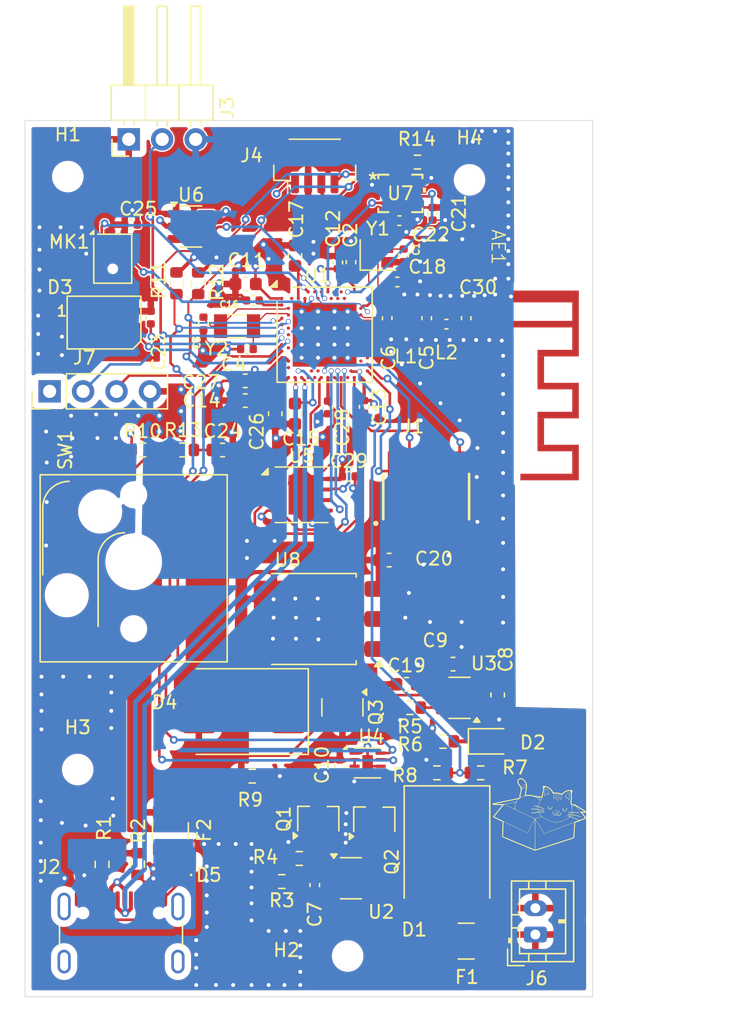
<source format=kicad_pcb>
(kicad_pcb (version 20241229) (generator "pcbnew") (generator_version "9.0")
  (layers (0 "F.Cu" signal) (4 "In1.Cu" signal) (6 "In2.Cu" signal) (2 "B.Cu" signal) (13 "F.Paste" user) (15 "B.Paste" user) (5 "F.SilkS" user "F.Silkscreen") (7 "B.SilkS" user "B.Silkscreen") (1 "F.Mask" user) (3 "B.Mask" user) (25 "Edge.Cuts" user))
  (net 0 "")
  (net 1 "Net-(AE1-Pad1)")
  (net 2 "GND")
  (net 3 "+BATT")
  (net 4 "Net-(U1-XC1)")
  (net 5 "Net-(U1-XC2)")
  (net 6 "Net-(U1-XL1{slash}P0.00)")
  (net 7 "Net-(U1-XL2{slash}P0.01)")
  (net 8 "Net-(U1-ANT)")
  (net 9 "Net-(U2-VDD)")
  (net 10 "-BATT")
  (net 11 "VBUS")
  (net 12 "+3.3V")
  (net 13 "Net-(U1-DECUSB)")
  (net 14 "Net-(U1-DEC1)")
  (net 15 "Net-(U1-DEC4)")
  (net 16 "Net-(U1-DEC3)")
  (net 17 "Net-(D4-K)")
  (net 18 "VDD")
  (net 19 "Net-(D2-A)")
  (net 20 "Net-(D2-K)")
  (net 22 "BAT_IND")
  (net 23 "Net-(D5-A2)")
  (net 24 "Net-(U1-SWDIO)")
  (net 26 "Net-(U1-P0.18{slash}~{RESET})")
  (net 27 "Net-(U1-SWDCLK)")
  (net 29 "/MCU/SWO")
  (net 30 "Net-(J2-CC2)")
  (net 32 "D_N")
  (net 33 "Net-(J2-CC1)")
  (net 34 "D_P")
  (net 37 "LED")
  (net 38 "SDA")
  (net 39 "SCL")
  (net 40 "Net-(Q1-D)")
  (net 41 "Net-(Q1-G)")
  (net 42 "Net-(Q2-G)")
  (net 43 "Net-(U2-VM)")
  (net 44 "Net-(U3-PROG)")
  (net 45 "A_BAT")
  (net 46 "Net-(R10-Pad2)")
  (net 47 "Net-(U7-CS)")
  (net 50 "Net-(J7-Pin_2)")
  (net 52 "/MCU/QSPI_SIO3")
  (net 54 "/MCU/QSPI_SIO2")
  (net 55 "PDM_DAT")
  (net 56 "/MCU/QSPI_SIO1")
  (net 59 "/MCU/QSPI_CS")
  (net 63 "/MCU/QSPI_SIO0")
  (net 67 "/MCU/Perf_enable")
  (net 70 "/MCU/QSPI_SCK")
  (net 72 "Net-(J7-Pin_3)")
  (net 74 "PDM_CLK")
  (net 87 "IMU_INT_2")
  (net 89 "IMU_INT_1")
  (net 92 "Net-(J6-Pin_1)")
  (net 94 "Net-(U1-TRACEDATA1{slash}P0.12)")
  (net 97 "Net-(C5-Pad1)")
  (footprint "Package_DFN_QFN:Nordic_AQFN-73-1EP_7x7mm_P0.5mm" (layer "F.Cu") (at 89.75 100.25)
    (property "Reference" "U1")
    (property "Value" "nRF52840")
  )
  (footprint "Capacitor_SMD:C_0603_1608Metric" (layer "F.Cu") (at 83.75 96.4 180)
    (property "Reference" "C11")
    (property "Value" "1u")
  )
  (footprint "Resistor_SMD:R_0603_1608Metric" (layer "F.Cu") (at 98.275 133.5 180)
    (property "Reference" "R8")
    (property "Value" "100k")
  )
  (footprint "Connector_JST:JST_SH_BM04B-SRSS-TB_1x04-1MP_P1.00mm_Vertical" (layer "F.Cu") (at 89 87.425)
    (property "Reference" "J4")
    (property "Value" "Conn_01x04")
  )
  (footprint "Sensor_Audio:Knowles_LGA-5_3.5x2.65mm" (layer "F.Cu") (at 73.6625 94.482)
    (property "Reference" "MK1")
    (property "Value" "MMICT390200012")
  )
  (footprint "Connector_JST:JST_PH_B2B-PH-K_1x02_P2.00mm_Vertical" (layer "F.Cu") (at 105.75 145.77 90)
    (property "Reference" "J6")
    (property "Value" "Conn_01x02")
  )
  (footprint "Capacitor_SMD:C_0402_1005Metric" (layer "F.Cu") (at 91.5825 111)
    (property "Reference" "C29")
    (property "Value" ".1u")
  )
  (footprint "Fuse:Fuse_1210_3225Metric" (layer "F.Cu") (at 78.04 137.9 90)
    (property "Reference" "F2")
    (property "Value" "Fuse")
  )
  (footprint "Capacitor_SMD:C_0603_1608Metric" (layer "F.Cu") (at 102.8875 127.585 -90)
    (property "Reference" "C8")
    (property "Value" "4.7u")
  )
  (footprint "LED_SMD:LED_0805_2012Metric" (layer "F.Cu") (at 102.35 131.11)
    (property "Reference" "D2")
    (property "Value" "LED")
  )
  (footprint "Capacitor_SMD:C_0402_1005Metric" (layer "F.Cu") (at 100.5 99 90)
    (property "Reference" "C30")
    (property "Value" "C")
  )
  (footprint "Capacitor_SMD:C_0603_1608Metric" (layer "F.Cu") (at 95.975 126.78)
    (property "Reference" "C19")
    (property "Value" "2.2u")
  )
  (footprint "Connector_PinHeader_2.54mm:PinHeader_1x04_P2.54mm_Vertical" (layer "F.Cu") (at 68.87 104.55 90)
    (property "Reference" "J7")
    (property "Value" "Conn_01x04")
  )
  (footprint "Resistor_SMD:R_0603_1608Metric" (layer "F.Cu") (at 75.925 109)
    (property "Reference" "R10")
    (property "Value" "10k")
  )
  (footprint "Package_TO_SOT_SMD:SOT-23-5" (layer "F.Cu") (at 79.6125 92.0375)
    (property "Reference" "U6")
    (property "Value" "AP22814AW5")
  )
  (footprint "Resistor_SMD:R_0603_1608Metric" (layer "F.Cu") (at 98.7375 131.11 180)
    (property "Reference" "R6")
    (property "Value" "470")
  )
  (footprint "Capacitor_SMD:C_0402_1005Metric" (layer "F.Cu") (at 97.945 91.075 -90)
    (property "Reference" "C21")
    (property "Value" ".1u")
  )
  (footprint "Inductor_SMD:L_0402_1005Metric" (layer "F.Cu") (at 96 99.45 180)
    (property "Reference" "L1")
    (property "Value" "4.7n")
  )
  (footprint "MountingHole:MountingHole_2.1mm" (layer "F.Cu") (at 91.5 147.4)
    (property "Reference" "H2")
    (property "Value" "MountingHole")
  )
  (footprint "Capacitor_SMD:C_0603_1608Metric" (layer "F.Cu") (at 83.725 105.25 180)
    (property "Reference" "C14")
    (property "Value" "4.7u")
  )
  (footprint "MountingHole:MountingHole_2.1mm" (layer "F.Cu") (at 100.75 88.5)
    (property "Reference" "H4")
    (property "Value" "MountingHole")
  )
  (footprint "Capacitor_SMD:C_0402_1005Metric" (layer "F.Cu") (at 89 142.02 -90)
    (property "Reference" "C7")
    (property "Value" ".1u")
  )
  (footprint "Capacitor_SMD:C_0402_1005Metric" (layer "F.Cu") (at 90.9 133 -90)
    (property "Reference" "C10")
    (property "Value" ".1u")
  )
  (footprint "Capacitor_SMD:C_0402_1005Metric" (layer "F.Cu") (at 97.5 99 90)
    (property "Reference" "C5")
    (property "Value" "0.5p")
  )
  (footprint "Package_TO_SOT_SMD:TSOT-23" (layer "F.Cu") (at 93.5 137.05 90)
    (property "Reference" "Q2")
    (property "Value" "Q_NMOS_GSD")
  )
  (footprint "Diode_SMD:D_0402_1005Metric" (layer "F.Cu") (at 78.525 141.25 180)
    (property "Reference" "D5")
    (property "Value" "D_TVS")
  )
  (footprint "Capacitor_SMD:C_0402_1005Metric" (layer "F.Cu") (at 80.55 99.4 -90)
    (property "Reference" "C3")
    (property "Value" "12p")
  )
  (footprint "Capacitor_SMD:C_0402_1005Metric" (layer "F.Cu") (at 95.27 96.25 180)
    (property "Reference" "C18")
    (property "Value" "100p")
  )
  (footprint "Capacitor_SMD:C_0402_1005Metric" (layer "F.Cu") (at 83.85 101.35 180)
    (property "Reference" "C4")
    (property "Value" "12p")
  )
  (footprint "Capacitor_SMD:C_0402_1005Metric" (layer "F.Cu") (at 75.05 91.9)
    (property "Reference" "C25")
    (property "Value" ".1u")
  )
  (footprint "Personal:Trace Antenna" (layer "F.Cu") (at 106.1 98.8 -90)
    (property "Reference" "AE1")
    (property "Value" "~")
  )
  (footprint "Package_TO_SOT_SMD:TO-252-3_TabPin2" (layer "F.Cu") (at 88.835 121.825 180)
    (property "Reference" "U8")
    (property "Value" "LD39150DT33")
  )
  (footprint "Personal:cat" (layer "F.Cu") (at 106.05 136.65)
    (property "Reference" "G***" (hide yes))
    (property "Value" "LOGO" (hide yes))
  )
  (footprint "Resistor_SMD:R_0603_1608Metric" (layer "F.Cu") (at 75.54 140.425 90)
    (property "Reference" "R2")
    (property "Value" "5.1k")
  )
  (footprint "Resistor_SMD:R_0603_1608Metric" (layer "F.Cu") (at 86.5 141.75 180)
    (property "Reference" "R3")
    (property "Value" "220")
  )
  (footprint "Personal:Hotswap_Kailh_MX_Top" (layer "F.Cu") (at 77.75 117.73 90)
    (property "Reference" "SW1")
    (property "Value" "SW_Push")
  )
  (footprint "Capacitor_SMD:C_0402_1005Metric" (layer "F.Cu") (at 84.3 97.65)
    (property "Reference" "C16")
    (property "Value" ".1u")
  )
  (footprint "Capacitor_SMD:C_0402_1005Metric" (layer "F.Cu") (at 91.75 94.75 -90)
    (property "Reference" "C2")
    (property "Value" "12p")
  )
  (footprint "Capacitor_SMD:C_0603_1608Metric" (layer "F.Cu") (at 87.5 106.25 -90)
    (property "Reference" "C15")
    (property "Value" "4.7u")
  )
  (footprint "Package_SON:WSON-8-1EP_4x4mm_P0.8mm_EP1.98x3mm" (layer "F.Cu") (at 88 112.4)
    (property "Reference" "U5")
    (property "Value" "MX25R6435FZAIL0")
  )
  (footprint "Capacitor_SMD:C_0402_1005Metric" (layer "F.Cu") (at 76.55 98.95 90)
    (property "Reference" "C23")
    (property "Value" ".1u")
  )
  (footprint "Capacitor_SMD:C_0603_1608Metric" (layer "F.Cu") (at 94.65 117.355)
    (property "Reference" "C20")
    (property "Value" "2.2u")
  )
  (footprint "Resistor_SMD:R_0603_1608Metric" (layer "F.Cu") (at 78.5 96.35 -90)
    (property "Reference" "R11")
    (property "Value" "10k")
  )
  (footprint "Personal:SAMTEC_FTSH-105-01-F-DV-P-TR" (layer "F.Cu") (at 97.46 112.535)
    (property "Reference" "J1")
    (property "Value" "FTSH-105-01-F-DV-P-TR")
  )
  (footprint "Resistor_SMD:R_0603_1608Metric" (layer "F.Cu") (at 72.85 140.45 90)
    (property "Reference" "R1")
    (property "Value" "5.1k")
  )
  (footprint "Capacitor_SMD:C_0603_1608Metric" (layer "F.Cu") (at 82 109)
    (property "Reference" "C24")
    (property "Value" "1u")
  )
  (footprint "Capacitor_SMD:C_0402_1005Metric" (layer "F.Cu") (at 95.425 91.595)
    (property "Reference" "C22")
    (property "Value" ".1u")
  )
  (footprint "Package_TO_SOT_SMD:SOT-23" (layer "F.Cu") (at 91.1 128.5375 -90)
    (property "Reference" "Q3")
    (property "Value" "DMG2301L")
  )
  (footprint "Capacitor_SMD:C_0402_1005Metric" (layer "F.Cu") (at 90 105.77 -90)
    (property "Reference" "C28")
    (property "Value" ".1u")
  )
  (footprint "Package_TO_SOT_SMD:TSOT-23" (layer "F.Cu") (at 89.25 137 90)
    (property "Reference" "Q1")
    (property "Value" "Q_NMOS_GSD")
  )
  (footprint "Capacitor_SMD:C_0603_1608Metric" (layer "F.Cu") (at 87.5 94.25 -90)
    (property "Reference" "C17")
    (property "Value" "1u")
  )
  (footprint "Capacitor_SMD:C_0402_1005Metric" (layer "F.Cu") (at 92.75 105.73 -90)
    (property "Reference" "C13")
    (property "Value" ".1u")
  )
  (footprint "Crystal:Crystal_SMD_2016-4Pin_2.0x1.6mm" (layer "F.Cu") (at 93.8 94.2)
    (property "Reference" "Y1")
    (property "Value" "32MHz")
  )
  (footprint "Connector_USB:USB_C_Receptacle_GCT_USB4105-xx-A_16P_TopMnt_Horizontal" (layer "F.Cu") (at 74.29 146.75)
    (property "Reference" "J2")
    (property "Value" "USB_C_Receptacle")
  )
  (footprint "Package_TO_SOT_SMD:SOT-23-5" (layer "F.Cu") (at 91.75 141.5)
    (property "Reference" "U2")
    (property "Value" "~")
  )
  (footprint "Capacitor_SMD:C_0603_1608Metric" (layer "F.Cu") (at 83.725 103.75 180)
    (property "Reference" "C27")
    (property "Value" "4.7u")
  )
  (footprint "MountingHole:MountingHole_2.1mm" (layer "F.Cu") (at 71 133.25)
    (property "Reference" "H3")
    (property "Value" "MountingHole")
  )
  (footprint "Resistor_SMD:R_0603_1608Metric" (layer "F.Cu") (at 96.225 128.55 180)
    (property "Reference" "R5")
    (property "Value" "2k")
  )
  (footprint "Personal:LGA14-L_2P59X3P1X0P5_STM" (layer "F.Cu") (at 95.500001 89.5271)
    (property "Reference" "U7")
    (property "Value" "LSM6DSVTR")
  )
  (footprint "Resistor_SMD:R_0603_1608Metric" (layer "F.Cu") (at 96.8 87.15 180)
    (property "Reference" "R14")
    (property "Value" "10k")
  )
  (footprint "Capacitor_SMD:C_0402_1005Metric" (layer "F.Cu") (at 99 99.45 180)
    (property "Reference" "L2")
    (property "Value" "2.2nH")
  )
  (footprint "Capacitor_SMD:C_0603_1608Metric" (layer "F.Cu") (at 86 106.25 -90)
    (property "Reference" "C26")
    (property "Value" "4.7u")
  )
  (footprint "Connector_PinHeader_2.54mm:PinHeader_1x03_P2.54mm_Horizontal" (layer "F.Cu") (at 74.875 85.425 90)
    (property "Reference" "J3")
    (property "Value" "Conn_01x03")
  )
  (footprint "Resistor_SMD:R_0603_1608Metric" (layer "F.Cu") (at 79 109 180)
    (property "Reference" "R13")
    (property "Value" "100k")
  )
  (footprint "Package_TO_SOT_SMD:SOT-23-5" (layer "F.Cu") (at 100 127.81 180)
    (property "Reference" "U3")
    (property "Value" "MCP73831-2-OT")
  )
  (footprint "LED_SMD:LED_SK6812MINI_PLCC4_3.5x3.5mm_P1.75mm" (layer "F.Cu") (at 73 99.33)
    (property "Reference" "D3")
    (property "Value" "SK6812MINI")
  )
  (footprint "Package_DFN_QFN:TDFN-8-1EP_2x2mm_P0.5mm_EP0.8x1.2mm" (layer "F.Cu") (at 93.0125 132.75)
    (property "Reference" "U4")
    (property "Value" "MAX17048")
  )
  (footprint "Capacitor_SMD:C_0402_1005Metric" (layer "F.Cu") (at 95.75 94.23 90)
    (property "Reference" "C1")
    (property "Value" "12p")
  )
  (footprint "Diode_SMD:D_SMC" (layer "F.Cu") (at 99.04 139.4 -90)
    (property "Reference" "D1")
    (property "Value" "SS34C")
  )
  (footprint "MountingHole:MountingHole_2.1mm" (layer "F.Cu") (at 70.25 88.25)
    (property "Reference" "H1")
    (property "Value" "MountingHole")
  )
  (footprint "Resistor_SMD:R_0603_1608Metric" (layer "F.Cu") (at 101.6 133.5 180)
    (property "Reference" "R7")
    (property "Value" "100k")
  )
  (footprint "Resistor_SMD:R_0603_1608Metric" (layer "F.Cu") (at 87.825 140)
    (property "Reference" "R4")
    (property "Value" "2k")
  )
  (footprint "Fuse:Fuse_1210_3225Metric" (layer "F.Cu") (at 100.5 146.27)
    (property "Reference" "F1")
    (property "Value" "Fuse")
  )
  (footprint "Capacitor_SMD:C_0402_1005Metric" (layer "F.Cu") (at 94.5 99 90)
    (property "Reference" "C6")
    (property "Value" "0.8p")
  )
  (footprint "Capacitor_SMD:C_0603_1608Metric" (layer "F.Cu") (at 99.5 125.25)
    (property "Reference" "C9")
    (property "Value" "4.7u")
  )
  (footprint "Resistor_SMD:R_0603_1608Metric" (layer "F.Cu") (at 80.15 96.35 -90)
    (property "Reference" "R12")
    (property "Value" "10k")
  )
  (footprint "Resistor_SMD:R_0603_1608Metric" (layer "F.Cu") (at 84.25 133.75)
    (property "Reference" "R9")
    (property "Value" "100k")
  )
  (footprint "Diode_SMD:D_SMC" (layer "F.Cu") (at 83.6 128.85 180)
    (property "Reference" "D4")
    (property "Value" "SS34C")
  )
  (footprint "Capacitor_SMD:C_0402_1005Metric" (layer "F.Cu") (at 90.75 94.77 90)
    (property "Reference" "C12")
    (property "Value" ".1u")
  )
  (footprint "Crystal:Crystal_SMD_3215-2Pin_3.2x1.5mm" (layer "F.Cu") (at 83.1 99.6)
    (property "Reference" "Y2")
    (property "Value" "32.768kHz")
  )
  (gr_rect (start 67 84) (end 110.1 150.5) (stroke (width 0.05)) (fill no) (layer "Edge.Cuts"))
  (segment (start 100.47 99.45) (end 100.5 99.48) (width 0.35) (layer "F.Cu") (net 1))
  (segment (start 100.5 99.48) (end 103.854 99.48) (width 0.35) (layer "F.Cu") (net 1))
  (segment (start 99.53 99.45) (end 100.47 99.45) (width 0.35) (layer "F.Cu") (net 1))
  (segment (start 96.681101 89.2771) (end 96.681101 88.777099) (width 0.2) (layer "F.Cu") (net 2))
  (segment (start 92.025 132) (end 92.5 132) (width 0.2) (layer "F.Cu") (net 2))
  (segment (start 92.5 98.75) (end 91.25 98.75) (width 0.1) (layer "F.Cu") (net 2))
  (segment (start 100.275 124.075) (end 100.15 123.95) (width 0.2) (layer "F.Cu") (net 2))
  (segment (start 91.73 94.29) (end 91.75 94.27) (width 0.2) (layer "F.Cu") (net 2))
  (segment (start 72.825 95.369094) (end 73.382906 95.927) (width 0.35) (layer "F.Cu") (net 2))
  (segment (start 93.1 93.65) (end 92.25 93.65) (width 0.2) (layer "F.Cu") (net 2))
  (segment (start 88.25 97.5) (end 88.25 98.75) (width 0.2) (layer "F.Cu") (net 2))
  (segment (start 94.3375 89.75) (end 94.3375 88.75) (width 0.1) (layer "F.Cu") (net 2))
  (segment (start 97.9125 131.11) (end 97.9125 130.1225) (width 0.2) (layer "F.Cu") (net 2))
  (segment (start 86 108.05) (end 86.05 108.1) (width 0.2) (layer "F.Cu") (net 2))
  (segment (start 101.1375 127.81) (end 102.3375 127.81) (width 0.2) (layer "F.Cu") (net 2))
  (segment (start 95.4 128.55) (end 95.4 129.425) (width 0.2) (layer "F.Cu") (net 2))
  (segment (start 81.75 96.35) (end 82.925 96.35) (width 0.2) (layer "F.Cu") (net 2))
  (segment (start 96.75 126.78) (end 96.75 125.7) (width 0.2) (layer "F.Cu") (net 2))
  (segment (start 71.25 100.205) (end 69.995 100.205) (width 0.2) (layer "F.Cu") (net 2))
  (segment (start 88.625 93.475) (end 88.9 93.2) (width 0.2) (layer "F.Cu") (net 2))
  (segment (start 98.895 91.555) (end 98.9 91.55) (width 0.1) (layer "F.Cu") (net 2))
  (segment (start 81.7 105.25) (end 81.55 105.1) (width 0.2) (layer "F.Cu") (net 2))
  (segment (start 94.75 98.52) (end 94.75 98.75) (width 0.1) (layer "F.Cu") (net 2))
  (segment (start 82.775 109) (end 82.775 107.725) (width 0.2) (layer "F.Cu") (net 2))
  (segment (start 102.8875 128.36) (end 102.8875 129.3375) (width 0.2) (layer "F.Cu") (net 2))
  (segment (start 88 112.4) (end 88 113.726542) (width 0.2) (layer "F.Cu") (net 2))
  (segment (start 76.55 100.35) (end 76.55 99.43) (width 0.2) (layer "F.Cu") (net 2))
  (segment (start 77.725 92.0375) (end 77.25 91.5625) (width 0.35) (layer "F.Cu") (net 2))
  (segment (start 79.01 141.55) (end 79.01 141.25) (width 0.2) (layer "F.Cu") (net 2))
  (segment (start 87 140) (end 87 138.75) (width 0.2) (layer "F.Cu") (net 2))
  (segment (start 75.15 90.8) (end 75.53 91.18) (width 0.35) (layer "F.Cu") (net 2))
  (segment (start 89.8 106.25) (end 89.2 106.85) (width 0.2) (layer "F.Cu") (net 2))
  (segment (start 86.0625 113.6) (end 85.4 113.6) (width 0.2) (layer "F.Cu") (net 2))
  (segment (start 96 90.4125) (end 95.5 90.4125) (width 0.1) (layer "F.Cu") (net 2))
  (segment (start 93.475 88.75) (end 93.35 88.875) (width 0.1) (layer "F.Cu") (net 2))
  (segment (start 90.75 93.55) (end 91.15 93.15) (width 0.2) (layer "F.Cu") (net 2))
  (segment (start 92.75 106.297606) (end 92.75 106.21) (width 0.2) (layer "F.Cu") (net 2))
  (segment (start 91.15 93.15) (end 91.75 93.15) (width 0.2) (layer "F.Cu") (net 2))
  (segment (start 82.95 103.75) (end 82.05 103.75) (width 0.2) (layer "F.Cu") (net 2))
  (segment (start 86.35 133.75) (end 85.075 133.75) (width 0.2) (layer "F.Cu") (net 2))
  (segment (start 80.55 101.15) (end 80.5 101.2) (width 0.2) (layer "F.Cu") (net 2))
  (segment (start 93.0125 131.5125) (end 93 131.5) (width 0.2) (layer "F.Cu") (net 2))
  (segment (start 86 107.025) (end 86 108.05) (width 0.2) (layer "F.Cu") (net 2))
  (segment (start 82.925 96.35) (end 82.975 96.4) (width 0.2) (layer "F.Cu") (net 2))
  (segment (start 90 106.25) (end 89.8 106.25) (width 0.2) (layer "F.Cu") (net 2))
  (segment (start 89.82 133.48) (end 89.8 133.5) (width 0.2) (layer "F.Cu") (net 2))
  (segment (start 87.5 93.475) (end 88.625 93.475) (width 0.2) (layer "F.Cu") (net 2))
  (segment (start 94.3375 88.75) (end 93.475 88.75) (width 0.1) (layer "F.Cu") (net 2))
  (segment (start 72.825 94) (end 71.75 94) (width 0.35) (layer "F.Cu") (net 2))
  (segment (start 92.025 134.125) (end 92 134.15) (width 0.2) (layer "F.Cu") (net 2))
  (segment (start 82.95 105.25) (end 81.7 105.25) (width 0.2) (layer "F.Cu") (net 2))
  (segment (start 88 113.726542) (end 88.823458 114.55) (width 0.2) (layer "F.Cu") (net 2))
  (segment (start 71.75 94) (end 71.65 94.1) (width 0.35) (layer "F.Cu") (net 2))
  (segment (start 93.2625 133) (end 93.0125 132.75) (width 0.2) (layer "F.Cu") (net 2))
  (segment (start 95.905 91.595) (end 95.905 92.405) (width 0.1) (layer "F.Cu") (net 2))
  (segment (start 92.0625 111) (end 92.0625 111.7375) (width 0.2) (layer "F.Cu") (net 2))
  (segment (start 85.4 113.6) (end 84.95 114.05) (width 0.2) (layer "F.Cu") (net 2))
  (segment (start 95.905 92.405) (end 95.95 92.45) (width 0.1) (layer "F.Cu") (net 2))
  (segment (start 91.25 98.75) (end 89.75 100.25) (width 0.1) (layer "F.Cu") (net 2))
  (segment (start 90.75 94.29) (end 90.75 93.55) (width 0.2) (layer "F.Cu") (net 2))
  (segment (start 77.49 143.07) (end 79.01 141.55) (width 0.2) (layer "F.Cu") (net 2))
  (segment (start 83.37 101.35) (end 82.35 101.35) (width 0.2) (layer "F.Cu") (net 2))
  (segment (start 94.5 98.52) (end 94.069 98.951) (width 0.1) (layer "F.Cu") (net 2))
  (segment (start 100.275 125.25) (end 100.275 124.075) (width 0.2) (layer "F.Cu") (net 2))
  (segment (start 102.8875 129.3375) (end 103 129.45) (width 0.2) (layer "F.Cu") (net 2))
  (segment (start 96.8 91.2125) (end 96.8 91.5) (width 0.1) (layer "F.Cu") (net 2))
  (segment (start 102.3375 127.81) (end 102.8875 128.36) (width 0.2) (layer "F.Cu") (net 2))
  (segment (start 97.45 133.5) (end 97.45 132.535) (width 0.2) (layer "F.Cu") (net 2))
  (segment (start 82.05 103.75) (end 81.7 104.1) (width 0.2) (layer "F.Cu") (net 2))
  (segment (start 92.5 132) (end 93 131.5) (width 0.2) (layer "F.Cu") (net 2))
  (segment (start 72.825 94) (end 72.825 95.369094) (width 0.35) (layer "F.Cu") (net 2))
  (segment (start 69.995 100.205) (end 69.8 100.4) (width 0.2) (layer "F.Cu") (net 2))
  (segment (start 93.875 121.825) (end 95.775 121.825) (width 0.2) (layer "F.Cu") (net 2))
  (segment (start 95.775 121.825) (end 95.875 121.725) (width 0.2) (layer "F.Cu") (net 2))
  (segment (start 88.25 98.75) (end 89.75 100.25) (width 0.2) (layer "F.Cu") (net 2))
  (segment (start 87.5 88.75) (end 86.9 88.75) (width 0.2) (layer "F.Cu") (net 2))
  (segment (start 86.9 88.75) (end 86.1 89.55) (width 0.2) (layer "F.Cu") (net 2))
  (segment (start 97.422901 88.777099) (end 97.85 88.35) (width 0.2) (layer "F.Cu") (net 2))
  (segment (start 92.25 93.65) (end 91.75 93.15) (width 0.2) (layer "F.Cu") (net 2))
  (segment (start 95.4 129.425) (end 95.475 129.5) (width 0.2) (layer "F.Cu") (net 2))
  (segment (start 92.0625 111.7375) (end 91.9 111.9) (width 0.2) (layer "F.Cu") (net 2))
  (segment (start 90.75 94.29) (end 91.73 94.29) (width 0.2) (layer "F.Cu") (net 2))
  (segment (start 75.53 91.18) (end 75.53 91.9) (width 0.35) (layer "F.Cu") (net 2))
  (segment (start 81.65 97.25) (end 83.42 97.25) (width 0.2) (layer "F.Cu") (net 2))
  (segment (start 90.9 133.48) (end 89.82 133.48) (width 0.2) (layer "F.Cu") (net 2))
  (segment (start 93.0125 132.75) (end 93.0125 131.5125) (width 0.2) (layer "F.Cu") (net 2))
  (segment (start 82.775 107.725) (end 82.7 107.65) (width 0.2) (layer "F.Cu") (net 2))
  (segment (start 80.55 99.88) (end 80.55 101.15) (width 0.2) (layer "F.Cu") (net 2))
  (segment (start 92.701 98.951) (end 92.5 98.75) (width 0.1) (layer "F.Cu") (net 2))
  (segment (start 71.09 142.59) (end 71.09 143.07) (width 0.2) (layer "F.Cu") (net 2))
  (segment (start 76.6 100.4) (end 76.55 100.35) (width 0.2) (layer "F.Cu") (net 2))
  (segment (start 78.475 92.0375) (end 77.725 92.0375) (width 0.35) (layer "F.Cu") (net 2))
  (segment (start 96 90.4125) (end 96.8 91.2125) (width 0.1) (layer "F.Cu") (net 2))
  (segment (start 91.75 94.27) (end 91.75 93.15) (width 0.2) (layer "F.Cu") (net 2))
  (segment (start 97.945 91.555) (end 98.895 91.555) (width 0.1) (layer "F.Cu") (net 2))
  (segment (start 94.069 98.951) (end 92.701 98.951) (width 0.1) (layer "F.Cu") (net 2))
  (segment (start 70 141.5) (end 71.09 142.59) (width 0.2) (layer "F.Cu") (net 2))
  (segment (start 92.025 133.5) (end 92.025 134.125) (width 0.2) (layer "F.Cu") (net 2))
  (segment (start 93.401197 106.948803) (end 92.75 106.297606) (width 0.2) (layer "F.Cu") (net 2))
  (segment (start 83.42 97.25) (end 83.82 97.65) (width 0.2) (layer "F.Cu") (net 2))
  (segment (start 94 133) (end 93.2625 133) (width 0.2) (layer "F.Cu") (net 2))
  (segment (start 96.681101 88.777099) (end 97.422901 88.777099) (width 0.2) (layer "F.Cu") (net 2))
  (via (at 97 96.2) (size 0.6) (drill 0.3) (layers "F.Cu" "B.Cu") (net 2))
  (via (at 68 100.2) (size 0.6) (drill 0.3) (layers "F.Cu" "B.Cu") (net 2))
  (via (at 103.3 101.85) (size 0.6) (drill 0.3) (layers "F.Cu" "B.Cu") (net 2))
  (via (at 91.5 102) (size 0.6) (drill 0.3) (layers "F.Cu" "B.Cu") (net 2))
  (via (at 86.35 133.75) (size 0.6) (drill 0.3) (layers "F.Cu" "B.Cu") (net 2))
  (via (at 69.8 100.4) (size 0.6) (drill 0.3) (layers "F.Cu" "B.Cu") (net 2))
  (via (at 86.1 89.55) (size 0.6) (drill 0.3) (layers "F.Cu" "B.Cu") (net 2))
  (via (at 87.525 120.275) (size 0.6) (drill 0.3) (layers "F.Cu" "B.Cu") (net 2))
  (via (at 101.7 84.8) (size 0.6) (drill 0.3) (layers "F.Cu" "B.Cu") (net 2))
  (via (at 69.7 92.1) (size 0.6) (drill 0.3) (layers "F.Cu" "B.Cu") (net 2))
  (via (at 96.8 97.2) (size 0.6) (drill 0.3) (layers "F.Cu" "B.Cu") (net 2))
  (via (at 103.3 106.2) (size 0.6) (drill 0.3) (layers "F.Cu" "B.Cu") (net 2))
  (via (at 103.7 88.3) (size 0.6) (drill 0.3) (layers "F.Cu" "B.Cu") (net 2))
  (via (at 102.7 96) (size 0.6) (drill 0.3) (layers "F.Cu" "B.Cu") (net 2))
  (via (at 68 101.7) (size 0.6) (drill 0.3) (layers "F.Cu" "B.Cu") (net 2))
  (via (at 68.1 96.9) (size 0.6) (drill 0.3) (layers "F.Cu" "B.Cu") (net 2))
  (via (at 68 98.8) (size 0.6) (drill 0.3) (layers "F.Cu" "B.Cu") (net 2))
  (via (at 80.8 141.7) (size 0.6) (drill 0.3) (layers "F.Cu" "B.Cu") (net 2))
  (via (at 103.3 112.45) (size 0.6) (drill 0.3) (layers "F.Cu" "B.Cu") (net 2))
  (via (at 70.5 109.5) (size 0.6) (drill 0.3) (layers "F.Cu" "B.Cu") (net 2))
  (via (at 95.95 92.45) (size 0.6) (drill 0.3) (layers "F.Cu" "B.Cu") (net 2))
  (via (at 103.7 93) (size 0.6) (drill 0.3) (layers "F.Cu" "B.Cu") (net 2))
  (via (at 103.3 120.15) (size 0.6) (drill 0.3) (layers "F.Cu" "B.Cu") (net 2))
  (via (at 87 138.75) (size 0.6) (drill 0.3) (layers "F.Cu" "B.Cu") (net 2))
  (via (at 103.7 94.9) (size 0.6) (drill 0.3) (layers "F.Cu" "B.Cu") (net 2))
  (via (at 97.85 88.35) (size 0.6) (drill 0.3) (layers "F.Cu" "B.Cu") (net 2))
  (via (at 102.7 84.8) (size 0.6) (drill 0.3) (layers "F.Cu" "B.Cu") (net 2))
  (via (at 103.3 110.75) (size 0.6) (drill 0.3) (layers "F.Cu" "B.Cu") (net 2))
  (via (at 73.9 106.3) (size 0.6) (drill 0.3) (layers "F.Cu" "B.Cu") (net 2))
  (via (at 103.3 104.75) (size 0.6) (drill 0.3) (layers "F.Cu" "B.Cu") (net 2))
  (via (at 84.2 141) (size 0.6) (drill 0.3) (layers "F.Cu" "B.Cu") (net 2))
  (via (at 103.3 116.05) (size 0.6) (drill 0.3) (layers "F.Cu" "B.Cu") (net 2))
  (via (at 103.7 85.7) (size 0.6) (drill 0.3) (layers "F.Cu" "B.Cu") (net 2))
  (via (at 89.275 123.375) (size 0.6) (drill 0.3) (layers "F.Cu" "B.Cu") (net 2))
  (via (at 72.4 106.3) (size 0.6) (drill 0.3) (layers "F.Cu" "B.Cu") (net 2))
  (via (at 98.55 97.3) (size 0.6) (drill 0.3) (layers "F.Cu" "B.Cu") (net 2))
  (via (at 77.25 91.5625) (size 0.6) (drill 0.3) (layers "F.Cu" "B.Cu") (net 2))
  (via (at 103.3 118.05) (size 0.6) (drill 0.3) (layers "F.Cu" "B.Cu") (net 2))
  (via (at 97.1 100.65) (size 0.6) (drill 0.3) (layers "F.Cu" "B.Cu") (net 2))
  (via (at 103.7 96) (size 0.6) (drill 0.3) (layers "F.Cu" "B.Cu") (net 2))
  (via (at 101.25 100.65) (size 0.6) (drill 0.3) (layers "F.Cu" "B.Cu") (net 2))
  (via (at 93 131.5) (size 0.6) (drill 0.3) (layers "F.Cu" "B.Cu") (net 2))
  (via (at 99.3 97.3) (size 0.6) (drill 0.3) (layers "F.Cu" "B.Cu") (net 2))
  (via (at 88.9 94.1) (size 0.6) (drill 0.3) (layers "F.Cu" "B.Cu") (net 2))
  (via (at 88 99.75) (size 0.6) (drill 0.3) (layers "F.Cu" "B.Cu") (net 2))
  (via (at 68.6 116.25) (size 0.6) (drill 0.3) (layers "F.Cu" "B.Cu") (net 2))
  (via (at 84.2 138.9) (size 0.6) (drill 0.3) (layers "F.Cu" "B.Cu") (net 2))
  (via (at 87.9 145.5) (size 0.6) (drill 0.3) (layers "F.Cu" "B.Cu") (net 2))
  (via (at 97 103.95) (size 0.6) (drill 0.3) (layers "F.Cu" "B.Cu") (net 2))
  (via (at 96.8 91.5) (size 0.6) (drill 0.3) (layers "F.Cu" "B.Cu") (net 2))
  (via (at 80.8 145.2) (size 0.6) (drill 0.3) (layers "F.Cu" "B.Cu") (net 2))
  (via (at 97.3 93.1) (size 0.6) (drill 0.3) (layers "F.Cu" "B.Cu") (net 2))
  (via (at 89.25 102) (size 0.6) (drill 0.3) (layers "F.Cu" "B.Cu") (net 2))
  (via (at 88 101) (size 0.6) (drill 0.3) (layers "F.Cu" "B.Cu") (net 2))
  (via (at 101.9 97.25) (size 0.6) (drill 0.3) (layers "F.Cu" "B.Cu") (net 2))
  (via (at 90.5 99.75) (size 0.6) (drill 0.3) (layers "F.Cu" "B.Cu") (net 2))
  (via (at 103 129.45) (size 0.6) (drill 0.3) (layers "F.Cu" "B.Cu") (net 2))
  (via (at 85.5 149.6) (size 0.6) (drill 0.3) (layers "F.Cu" "B.Cu") (net 2))
  (via (at 103.3 114.2) (size 0.6) (drill 0.3) (layers "F.Cu" "B.Cu") (net 2))
  (via (at 91.35 137.4) (size 0.6) (drill 0.3) (layers "F.Cu" "B.Cu") (net 2))
  (via (at 89.25 101) (size 0.6) (drill 0.3) (layers "F.Cu" "B.Cu") (net 2))
  (via (at 78.8 107.55) (size 0.6) (drill 0.3) (layers "F.Cu" "B.Cu") (net 2))
  (via (at 85.5 145.5) (size 0.6) (drill 0.3) (layers "F.Cu" "B.Cu") (net 2))
  (via (at 101.3 111.05) (size 0.6) (drill 0.3) (layers "F.Cu" "B.Cu") (net 2))
  (via (at 91.5 98.5) (size 0.6) (drill 0.3) (layers "F.Cu" "B.Cu") (net 2))
  (via (at 89.225 120.275) (size 0.6) (drill 0.3) (layers "F.Cu" "B.Cu") (net 2))
  (via (at 103.7 90.2) (size 0.6) (drill 0.3) (layers "F.Cu" "B.Cu") (net 2))
  (via (at 84.2 142.2) (size 0.6) (drill 0.3) (layers "F.Cu" "B.Cu") (net 2))
  (via (at 82.35 101.35) (size 0.6) (drill 0.3) (layers "F.Cu" "B.Cu") (net 2))
  (via (at 68.2 140.2) (size 0.6) (drill 0.3) (layers "F.Cu" "B.Cu") (net 2))
  (via (at 97.25 117.7) (size 0.6) (drill 0.3) (layers "F.Cu" "B.Cu") (net 2))
  (via (at 87.9 147.5) (size 0.6) (drill 0.3) (layers "F.Cu" "B.Cu") (net 2))
  (via (at 91.35 138.8) (size 0.6) (drill 0.3) (layers "F.Cu" "B.Cu") (net 2))
  (via (at 71.9 126.2) (size 0.6) (drill 0.3) (layers "F.Cu" "B.Cu") (net 2))
  (via (at 68.2 137.1) (size 0.6) (drill 0.3) (layers "F.Cu" "B.Cu") (net 2))
  (via (at 77.2 106.4) (size 0.6) (drill 0.3) (layers "F.Cu" "B.Cu") (net 2))
  (via (at 80 148.3) (size 0.6) (drill 0.3) (layers "F.Cu" "B.Cu") (net 2))
  (via (at 85.875 121.725) (size 0.6) (drill 0.3) (layers "F.Cu" "B.Cu") (net 2))
  (via (at 73.7 136.75) (size 0.6) (drill 0.3) (layers "F.Cu" "B.Cu") (net 2))
  (via (at 68.25 127.55) (size 0.6) (drill 0.3) (layers "F.Cu" "B.Cu") (net 2))
  (via (at 81.65 97.25) (size 0.6) (drill 0.3) (layers "F.Cu" "B.Cu") (net 2))
  (via (at 91.35 138.15) (size 0.6) (drill 0.3) (layers "F.Cu" "B.Cu") (net 2))
  (via (at 87.575 121.725) (size 0.6) (drill 0.3) (layers "F.Cu" "B.Cu") (net 2))
  (via (at 84.2 143.4) (size 0.6) (drill 0.3) (layers "F.Cu" "B.Cu") (net 2))
  (via (at 102.25 100.65) (size 0.6) (drill 0.3) (layers "F.Cu" "B.Cu") (net 2))
  (via (at 98.2 100.65) (size 0.6) (drill 0.3) (layers "F.Cu" "B.Cu") (net 2))
  (via (at 92 134.15) (size 0.6) (drill 0.3) (layers "F.Cu" "B.Cu") (net 2))
  (via (at 77.2 107.6) (size 0.6) (drill 0.3) (layers "F.Cu" "B.Cu") (net 2))
  (via (at 84.2 144.7) (size 0.6) (drill 0.3) (layers "F.Cu" "B.Cu") (net 2))
  (via (at 93.35 88.875) (size 0.6) (drill 0.3) (layers "F.Cu" "B.Cu") (net 2))
  (via (at 72.5 108.1) (size 0.6) (drill 0.3) (layers "F.Cu" "B.Cu") (net 2))
  (via (at 95.95 100.6) (size 0.6) (drill 0.3) (layers "F.Cu" "B.Cu") (net 2))
  (via (at 86.05 108.1) (size 0.6) (drill 0.3) (layers "F.Cu" "B.Cu") (net 2))
  (via (at 71.3 92.1) (size 0.6) (drill 0.3) (layers "F.Cu" "B.Cu") (net 2))
  (via (at 100.15 123.95) (size 0.6) (drill 0.3) (layers "F.Cu" "B.Cu") (net 2))
  (via (at 91.5 101) (size 0.6) (drill 0.3) (layers "F.Cu" "B.Cu") (net 2))
  (via (at 101 85.6) (size 0.6) (drill 0.3) (layers "F.Cu" "B.Cu") (net 2))
  (via (at 86.8 145.5) (size 0.6) (drill 0.3) (layers "F.Cu" "B.Cu") (net 2))
  (via (at 75.6 106.4) (size 0.6) (drill 0.3) (layers "F.Cu" "B.Cu") (net 2))
  (via (at 101 92) (size 0.6) (drill 0.3) (layers "F.Cu" "B.Cu") (net 2))
  (via (at 103.7 86.5) (size 0.6) (drill 0.3) (layers "F.Cu" "B.Cu") (net 2))
  (via (at 80.8 140.6) (size 0.6) (drill 0.3) (layers "F.Cu" "B.Cu") (net 2))
  (via (at 68.25 130.2) (size 0.6) (drill 0.3) (layers "F.Cu" "B.Cu") (net 2))
  (via (at 82.7 107.65) (size 0.6) (drill 0.3) (layers "F.Cu" "B.Cu") (net 2))
  (via (at 97.75 122.05) (size 0.6) (drill 0.3) (layers "F.Cu" "B.Cu") (net 2))
  (via (at 97.475 132.51) (size 0.6) (drill 0.3) (layers "F.Cu" "B.Cu") (net 2))
  (via (at 68.2 135.65) (size 0.6) (drill 0.3) (layers "F.Cu" "B.Cu") (net 2))
  (via (at 88 102) (size 0.6) (drill 0.3) (layers "F.Cu" "B.Cu") (net 2))
  (via (at 68.1 92.1) (size 0.6) (drill 0.3) (layers "F.Cu" "B.Cu") (net 2))
  (via (at 85.1 93.4) (size 0.6) (drill 0.3) (layers "F.Cu" "B.Cu") (net 2))
  (via (at 68.65 112.95) (size 0.6) (drill 0.3) (layers "F.Cu" "B.Cu") (net 2))
  (via (at 96.825 125.275) (size 0.6) (drill 0.3) (layers "F.Cu" "B.Cu") (net 2))
  (via (at 80 146.2) (size 0.6) (drill 0.3) (layers "F.Cu" "B.Cu") (net 2))
  (via (at 78.85 106.05) (size 0.6) (drill 0.3) (layers "F.Cu" "B.Cu") (net 2))
  (via (at 73.65 135.45) (size 0.6) (drill 0.3) (layers "F.Cu" "B.Cu") (net 2))
  (via (at 85.875 120.325) (size 0.6) (drill 0.3) (layers "F.Cu" "B.Cu") (net 2))
  (via (at 89.25 98.5) (size 0.6) (drill 0.3) (layers "F.Cu" "B.Cu") (net 2))
  (via (at 71.65 94.1) (size 0.6) (drill 0.3) (layers "F.Cu" "B.Cu") (net 2))
  (via (at 103.7 93.9) (size 0.6) (drill 0.3) (layers "F.Cu" "B.Cu") (net 2))
  (via (at 91.5 99.75) (size 0.6) (drill 0.3) (layers "F.Cu" "B.Cu") (net 2))
  (via (at 73.55 130.1) (size 0.6) (drill 0.3) (layers "F.Cu" "B.Cu") (net 2))
  (via (at 81.55 105.1) (size 0.6) (drill 0.3) (layers "F.Cu" "B.Cu") (net 2))
  (via (at 68.25 128.8) (size 0.6) (drill 0.3) (layers "F.Cu" "B.Cu") (net 2))
  (via (at 87.9 148.6) (size 0.6) (drill 0.3) (layers "F.Cu" "B.Cu") (net 2))
  (via (at 89.8 133.5) (size 0.6) (drill 0.3) (layers "F.Cu" "B.Cu") (net 2))
  (via (at 71.6 137.5) (size 0.6) (drill 0.3) (layers "F.Cu" "B.Cu") (net 2))
  (via (at 88.823458 114.55) (size 0.6) (drill 0.3) (layers "F.Cu" "B.Cu") (net 2))
  (via (at 75.15 90.8) (size 0.6) (drill 0.3) (layers "F.Cu" "B.Cu") (net 2))
  (via (at 97.05 106.75) (size 0.6) (drill 0.3) (layers "F.Cu" "B.Cu") (net 2))
  (via (at 100 106.75) (size 0.6) (drill 0.3) (layers "F.Cu" "B.Cu") (net 2))
  (via (at 103.3 122.1) (size 0.6) (drill 0.3) (layers "F.Cu" "B.Cu") (net 2))
  (via (at 69.9 126.2) (size 0.6) (drill 0.3) (layers "F.Cu" "B.Cu") (net 2))
  (via (at 100.3 100.65) (size 0.6) (drill 0.3) (layers "F.Cu" "B.Cu") (net 2))
  (via (at 97.75 97.25) (size 0.6) (drill 0.3) (layers "F.Cu" "B.Cu") (net 2))
  (via (at 100.2 97.3) (size 0.6) (drill 0.3) (layers "F.Cu" "B.Cu") (net 2))
  (via (at 87.575 123.325) (size 0.6) (drill 0.3) (layers "F.Cu" "B.Cu") (net 2))
  (via (at 97.925 130.11) (size 0.6) (drill 0.3) (layers "F.Cu" "B.Cu") (net 2))
  (via (at 91.75 93.15) (size 0.6) (drill 0.3) (layers "F.Cu" "B.Cu") (net 2))
  (via (at 94.8 100.6) (size 0.6) (drill 0.3) (layers "F.Cu" "B.Cu") (net 2))
  (via (at 103.7 91.2) (size 0.6) (drill 0.3) (layers "F.Cu" "B.Cu") (net 2))
  (via (at 68.2 138.8) (size 0.6) (drill 0.3) (layers "F.Cu" "B.Cu") (net 2))
  (via (at 103.7 92.1) (size 0.6) (drill 0.3) (layers "F.Cu" "B.Cu") (net 2))
  (via (at 80.8 142.8) (size 0.6) (drill 0.3) (layers "F.Cu" "B.Cu") (net 2))
  (via (at 103.7 89.2) (size 0.6) (drill 0.3) (layers "F.Cu" "B.Cu") (net 2))
  (via (at 101.1 97.3) (size 0.6) (drill 0.3) (layers "F.Cu" "B.Cu") (net 2))
  (via (at 73.55 128.8) (size 0.6) (drill 0.3) (layers "F.Cu" "B.Cu") (net 2))
  (via (at 70.6 108.1) (size 0.6) (drill 0.3) (layers "F.Cu" "B.Cu") (net 2))
  (via (at 87.9 146.6) (size 0.6) (drill 0.3) (layers "F.Cu" "B.Cu") (net 2))
  (via (at 85.825 123.325) (size 0.6) (drill 0.3) (layers "F.Cu" "B.Cu") (net 2))
  (via (at 90.5 101) (size 0.6) (drill 0.3) (layers "F.Cu" "B.Cu") (net 2))
  (via (at 69.8 101.8) (size 0.6) (drill 0.3) (layers "F.Cu" "B.Cu") (net 2))
  (via (at 103.3 103.3) (size 0.6) (drill 0.3) (layers "F.Cu" "B.Cu") (net 2))
  (via (at 83 138.9) (size 0.6) (drill 0.3) (layers "F.Cu" "B.Cu") (net 2))
  (via (at 95.475 129.5) (size 0.6) (drill 0.3) (layers "F.Cu" "B.Cu") (net 2))
  (via (at 96.15 119.85) (size 0.6) (drill 0.3) (layers "F.Cu" "B.Cu") (net 2))
  (via (at 84.2 140) (size 0.6) (drill 0.3) (layers "F.Cu" "B.Cu") (net 2))
  (via (at 81.7 104.1) (size 0.6) (drill 0.3) (layers "F.Cu" "B.Cu") (net 2))
  (via (at 98.55 105.45) (size 0.6) (drill 0.3) (layers "F.Cu" "B.Cu") (net 2))
  (via (at 89.275 121.825) (size 0.6) (drill 0.3) (layers "F.Cu" "B.Cu") (net 2))
  (via (at 86.7 149.6) (size 0.6) (drill 0.3) (layers "F.Cu" "B.Cu") (net 2))
  (via (at 97 94.7) (size 0.6) (drill 0.3) (layers "F.Cu" "B.Cu") (net 2))
  (via (at 82.8 149.6) (size 0.6) (drill 0.3) (layers "F.Cu" "B.Cu") (net 2))
  (via (at 80 149.6) (size 0.6) (drill 0.3) (layers "F.Cu" "B.Cu") (net 2))
  (via (at 103.2 100.7) (size 0.6) (drill 0.3) (layers "F.Cu" "B.Cu") (net 2))
  (via (at 98.9 91.55) (size 0.6) (drill 0.3) (layers "F.Cu" "B.Cu") (net 2))
  (via (at 68.1 95.3) (size 0.6) (drill 0.3) (layers "F.Cu" "B.Cu") (net 2))
  (via (at 95.875 121.725) (size 0.6) (drill 0.3) (layers "F.Cu" "B.Cu") (net 2))
  (via (at 68.2 141.7) (size 0.6) (drill 0.3) (layers "F.Cu" "B.Cu") (net 2))
  (via (at 80.5 101.45) (size 0.6) (drill 0.3) (layers "F.Cu" "B.Cu") (net 2))
  (via (at 90.5 102) (size 0.6) (drill 0.3) (layers "F.Cu" "B.Cu") (net 2))
  (via (at 100.15 122.05) (size 0.6) (drill 0.3) (layers "F.Cu" "B.Cu") (net 2))
  (via (at 91.9 111.9) (size 0.6) (drill 0.3) (layers "F.Cu" "B.Cu") (net 2))
  (via (at 99.15 117) (size 0.6) (drill 0.3) (layers "F.Cu" "B.Cu") (net 2))
  (via (at 81.5 149.6) (size 0.6) (drill 0.3) (layers "F.Cu" "B.Cu") (net 2))
  (via (at 94.8 101.55) (size 0.6) (drill 0.3) (layers "F.Cu" "B.Cu") (net 2))
  (via (at 103.7 87.4) (size 0.6) (drill 0.3) (layers "F.Cu" "B.Cu") (net 2))
  (via (at 103.3 109.15) (size 0.6) (drill 0.3) (layers "F.Cu" "B.Cu") (net 2))
  (via (at 88 98.5) (size 0.6) (drill 0.3) (layers "F.Cu" "B.Cu") (net 2))
  (via (at 101.35 108.85) (size 0.6) (drill 0.3) (layers "F.Cu" "B.Cu") (net 2))
  (via (at 68.1 93.8) (size 0.6) (drill 0.3) (layers "F.Cu" "B.Cu") (net 2))
  (via (at 81.7 138.9) (size 0.6) (drill 0.3) (layers "F.Cu" "B.Cu") (net 2))
  (via (at 68.25 126.2) (size 0.6) (drill 0.3) (layers "F.Cu" "B.Cu") (net 2))
  (via (at 80 147.3) (size 0.6) (drill 0.3) (layers "F.Cu" "B.Cu") (net 2))
  (via (at 69.8 137.3) (size 0.6) (drill 0.3) (layers "F.Cu" "B.Cu") (net 2))
  (via (at 100.2 93) (size 0.6) (drill 0.3) (layers "F.Cu" "B.Cu") (net 2))
  (via (at 103.3 107.7) (size 0.6) (drill 0.3) (layers "F.Cu" "B.Cu") (net 2))
  (via (at 80.6 138.9) (size 0.6) (drill 0.3) (layers "F.Cu" "B.Cu") (net 2))
  (via (at 81.75 96.35) (size 0.6) (drill 0.3) (layers "F.Cu" "B.Cu") (net 2))
  (via (at 90.5 98.5) (size 0.6) (drill 0.3) (layers "F.Cu" "B.Cu") (net 2))
  (via (at 87.9 149.6) (size 0.6) (drill 0.3) (layers "F.Cu" "B.Cu") (net 2))
  (via (at 89.2 106.85) (size 0.6) (drill 0.3) (layers "F.Cu" "B.Cu") (net 2))
  (via (at 73.55 126.2) (size 0.6) (drill 0.3) (layers "F.Cu" "B.Cu") (net 2))
  (via (at 91.4 136.55) (size 0.6) (drill 0.3) (layers "F.Cu" "B.Cu") (net 2))
  (via (at 73.55 127.4) (size 0.6) (drill 0.3) (layers "F.Cu" "B.Cu") (net 2))
  (via (at 101.35 114.45) (size 0.6) (drill 0.3) (layers "F.Cu" "B.Cu") (net 2))
  (via (at 73.9 108.1) (size 0.6) (drill 0.3) (layers "F.Cu" "B.Cu") (net 2))
  (via (at 84.95 114.05) (size 0.6) (drill 0.3) (layers "F.Cu" "B.Cu") (net 2))
  (via (at 99.25 100.65) (size 0.6) (drill 0.3) (layers "F.Cu" "B.Cu") (net 2))
  (via (at 70.5 106.4) (size 0.6) (drill 0.3) (layers "F.Cu" "B.Cu") (net 2))
  (via (at 85.5 94.5) (size 0.6) (drill 0.3) (layers "F.Cu" "B.Cu") (net 2))
  (via (at 89.25 99.75) (size 0.6) (drill 0.3) (layers "F.Cu" "B.Cu") (net 2))
  (via (at 95.8 97.2) (size 0.6) (drill 0.3) (layers "F.Cu" "B.Cu") (net 2))
  (via (at 68.6 107.6) (size 0.6) (drill 0.3) (layers "F.Cu" "B.Cu") (net 2))
  (via (at 95.6 102.5) (size 0.6) (drill 0.3) (layers "F.Cu" "B.Cu") (net 2))
  (via (at 102.7 97.2) (size 0.6) (drill 0.3) (layers "F.Cu" "B.Cu") (net 2))
  (via (at 103.7 84.8) (size 0.6) (drill 0.3) (layers "F.Cu" "B.Cu") (net 2))
  (via (at 68.65 109.95) (size 0.6) (drill 0.3) (layers "F.Cu" "B.Cu") (net 2))
  (via (at 88.9 93.2) (size 0.6) (drill 0.3) (layers "F.Cu" "B.Cu") (net 2))
  (via (at 93.401197 106.948803) (size 0.6) (drill 0.3) (layers "F.Cu" "B.Cu") (net 2))
  (via (at 78.85 104.4) (size 0.6) (drill 0.3) (layers "F.Cu" "B.Cu") (net 2))
  (via (at 76.6 100.4) (size 0.6) (drill 0.3) (layers "F.Cu" "B.Cu") (net 2))
  (via (at 83.2 95) (size 0.6) (drill 0.3) (layers "F.Cu" "B.Cu") (net 2))
  (via (at 80.8 144.1) (size 0.6) (drill 0.3) (layers "F.Cu" "B.Cu") (net 2))
  (via (at 70 141.5) (size 0.6) (drill 0.3) (layers "F.Cu" "B.Cu") (net 2))
  (via (at 98.8 93) (size 0.6) (drill 0.3) (layers "F.Cu" "B.Cu") (net 2))
  (via (at 84.2 149.6) (size 0.6) (drill 0.3) (layers "F.Cu" "B.Cu") (net 2))
  (segment (start 92.025 132.5) (end 92.025 133) (width 0.2) (layer "F.Cu") (net 3))
  (segment (start 92.025 132.5) (end 90.92 132.5) (width 0.2) (layer "F.Cu") (net 3))
  (segment (start 90.92 132.5) (end 90.9 132.52) (width 0.2) (layer "F.Cu") (net 3))
  (segment (start 93.8 93.8) (end 93.8 96.7) (width 0.1) (layer "F.Cu") (net 4))
  (segment (start 94.6 93.75) (end 94.5 93.65) (width 0.1) (layer "F.Cu") (net 4))
  (segment (start 93.95 93.65) (end 93.8 93.8) (width 0.1) (layer "F.Cu") (net 4))
  (segment (start 94.5 93.65) (end 93.95 93.65) (width 0.1) (layer "F.Cu") (net 4))
  (segment (start 93.8 96.7) (end 93 97.5) (width 0.1) (layer "F.Cu") (net 4))
  (segment (start 95.75 93.75) (end 94.6 93.75) (width 0.1) (layer "F.Cu") (net 4))
  (segment (start 93.1 94.75) (end 93.1 96.4) (width 0.1) (layer "F.Cu") (net 5))
  (segment (start 91.75 95.23) (end 92.23 94.75) (width 0.1) (layer "F.Cu") (net 5))
  (segment (start 92.23 94.75) (end 93.1 94.75) (width 0.1) (layer "F.Cu") (net 5))
  (segment (start 93.1 96.4) (end 92.5 97) (width 0.1) (layer "F.Cu") (net 5))
  (segment (start 86.763603 98.3) (end 86.813603 98.25) (width 0.1) (layer "F.Cu") (net 6))
  (segment (start 81.13 99.6) (end 80.45 98.92) (width 0.1) (layer "F.Cu") (net 6))
  (segment (start 81.85 99.6) (end 83.15 98.3) (width 0.1) (layer "F.Cu") (net 6))
  (segment (start 86.813603 98.25) (end 87 98.25) (width 0.1) (layer "F.Cu") (net 6))
  (segment (start 83.15 98.3) (end 86.763603 98.3) (width 0.1) (layer "F.Cu") (net 6))
  (segment (start 81.85 99.6) (end 81.13 99.6) (width 0.1) (layer "F.Cu") (net 6))
  (segment (start 87 98.75) (end 86.9 98.65) (width 0.1) (layer "F.Cu") (net 7))
  (segment (start 84.33 99.62) (end 84.35 99.6) (width 0.1) (layer "F.Cu") (net 7))
  (segment (start 86.9 98.65) (end 85.3 98.65) (width 0.1) (layer "F.Cu") (net 7))
  (segment (start 85.3 98.65) (end 84.35 99.6) (width 0.1) (layer "F.Cu") (net 7))
  (segment (start 84.33 101.35) (end 84.33 99.62) (width 0.1) (layer "F.Cu") (net 7))
  (segment (start 92.598 99.152) (end 94.172 99.152) (width 0.1) (layer "F.Cu") (net 8))
  (segment (start 92.5 99.25) (end 92.598 99.152) (width 0.1) (layer "F.Cu") (net 8))
  (segment (start 94.53 99.45) (end 94.5 99.48) (width 0.35) (layer "F.Cu") (net 8))
  (segment (start 95.515 99.45) (end 94.53 99.45) (width 0.35) (layer "F.Cu") (net 8))
  (segment (start 94.172 99.152) (end 94.5 99.48) (width 0.1) (layer "F.Cu") (net 8))
  (segment (start 87.325 141.75) (end 87.575 141.5) (width 0.2) (layer "F.Cu") (net 9))
  (segment (start 90.5725 141.54) (end 90.6125 141.5) (width 0.2) (layer "F.Cu") (net 9))
  (segment (start 87.575 141.5) (end 88.96 141.5) (width 0.2) (layer "F.Cu") (net 9))
  (segment (start 88.96 141.5) (end 89 141.54) (width 0.2) (layer "F.Cu") (net 9))
  (segment (start 89 141.54) (end 90.5725 141.54) (width 0.2) (layer "F.Cu") (net 9))
  (segment (start 86 105.475) (end 85.775 105.475) (width 0.25) (layer "F.Cu") (net 11))
  (segment (start 86.996948 132.2) (end 83.7 132.2) (width 0.2) (layer "F.Cu") (net 11))
  (segment (start 86 105.475) (end 86 104.5) (width 0.25) (layer "F.Cu") (net 11))
  (segment (start 91.596948 127.6) (end 86.996948 132.2) (width 0.2) (layer "F.Cu") (net 11))
  (segment (start 86 104.5) (end 87 103.5) (width 0.25) (layer "F.Cu") (net 11))
  (segment (start 85.775 105.475) (end 84.9 106.35) (width 0.25) (layer "F.Cu") (net 11))
  (segment (start 92.05 127.6) (end 98.1225 127.6) (width 0.2) (layer "F.Cu") (net 11))
  (segment (start 98.1225 127.6) (end 98.8625 126.86) (width 0.2) (layer "F.Cu") (net 11))
  (segment (start 92.05 127.6) (end 91.596948 127.6) (width 0.2) (layer "F.Cu") (net 11))
  (segment (start 98.725 125.25) (end 98.725 126.7225) (width 0.2) (layer "F.Cu") (net 11))
  (segment (start 98.725 126.7225) (end 98.8625 126.86) (width 0.2) (layer "F.Cu") (net 11))
  (segment (start 84.5 96.375) (end 85.625 97.5) (width 0.2) (layer "F.Cu") (net 12))
  (segment (start 90.75 95.35) (end 92 96.6) (width 0.2) (layer "F.Cu") (net 12))
  (segment (start 90.9025 111.2) (end 91.1025 111) (width 0.35) (layer "F.Cu") (net 12))
  (segment (start 78.682105 95.525) (end 79.832106 94.374999) (width 0.3) (layer "F.Cu") (net 12))
  (segment (start 80.75 91.0875) (end 82.025 91.0875) (width 0.35) (layer "F.Cu") (net 12))
  (segment (start 90.51 107.09) (end 90.51 105.965286) (width 0.2) (layer "F.Cu") (net 12))
  (segment (start 93.875 117.355) (end 93.875 119.545) (width 0.35) (layer "F.Cu") (net 12))
  (segment (start 89.9375 111.2) (end 90.9025 111.2) (width 0.35) (layer "F.Cu") (net 12))
  (segment (start 84.75 103.75) (end 86.5 102) (width 0.25) (layer "F.Cu") (net 12))
  (segment (start 75.1 107.85) (end 75 107.75) (width 0.2) (layer "F.Cu") (net 12))
  (segment (start 80.15 95.425) (end 80.496752 95.425) (width 0.3) (layer "F.Cu") (net 12))
  (segment (start 75.1 109) (end 75.1 107.85) (width 0.2) (layer "F.Cu") (net 12))
  (segment (start 90.51 105.965286) (end 90 105.455286) (width 0.2) (layer "F.Cu") (net 12))
  (segment (start 84.5 105.25) (end 84.5 103.75) (width 0.25) (layer "F.Cu") (net 12))
  (segment (start 92.75 105.25) (end 93.246446 105.25) (width 0.25) (layer "F.Cu") (net 12))
  (segment (start 84.5 95.05) (end 84.5 96.375) (width 0.2) (layer "F.Cu") (net 12))
  (segment (start 86.5 102) (end 86.75 102) (width 0.25) (layer "F.Cu") (net 12))
  (segment (start 78.5 95.525) (end 78.682105 95.525) (width 0.3) (layer "F.Cu") (net 12))
  (segment (start 85.625 97.5) (end 86.5 97.5) (width 0.2) (layer "F.Cu") (net 12))
  (segment (start 92.75 103.75) (end 92.5 103.5) (width 0.25) (layer "F.Cu") (net 12))
  (segment (start 91.1025 109.7025) (end 91.1 109.7) (width 0.35) (layer "F.Cu") (net 12))
  (segment (start 93.246446 105.25) (end 93.5 105.503554) (width 0.25) (layer "F.Cu") (net 12))
  (segment (start 90 105.455286) (end 90 105.29) (width 0.2) (layer "F.Cu") (net 12))
  (segment (start 90.75 95.25) (end 90.75 95.35) (width 0.2) (layer "F.Cu") (net 12))
  (segment (start 89.6 108) (end 90.51 107.09) (width 0.2) (layer "F.Cu") (net 12))
  (segment (start 80.496752 95.425) (end 81.535876 94.385876) (width 0.3) (layer "F.Cu") (net 12))
  (segment (start 84.5 102.95) (end 84.5 103.75) (width 0.25) (layer "F.Cu") (net 12))
  (segment (start 90.75 95.25) (end 89.45 95.25) (width 0.2) (layer "F.Cu") (net 12))
  (segment (start 84.45 102.9) (end 84.5 102.95) (width 0.25) (layer "F.Cu") (net 12))
  (segment (start 84.5 103.75) (end 84.75 103.75) (width 0.25) (layer "F.Cu") (net 12))
  (segment (start 90 105.29) (end 90 103.5) (width 0.25) (layer "F.Cu") (net 12))
  (segment (start 92.75 105.25) (end 92.75 103.75) (width 0.25) (layer "F.Cu") (net 12))
  (segment (start 92 96.6) (end 92 97) (width 0.2) (layer "F.Cu") (net 12))
  (segment (start 91.1025 111) (end 91.1025 109.7025) (width 0.35) (layer "F.Cu") (net 12))
  (segment (start 86.75 102) (end 87 102.25) (width 0.25) (layer "F.Cu") (net 12))
  (segment (start 82.025 91.0875) (end 82.25 90.8625) (width 0.35) (layer "F.Cu") (net 12))
  (via (at 83.85 115.9) (size 0.6) (drill 0.3) (layers "F.Cu" "B.Cu") (net 12))
  (via (at 89.6 108) (size 0.6) (drill 0.3) (layers "F.Cu" "B.Cu") (net 12))
  (via (at 83.85 117.2) (size 0.6) (drill 0.3) (layers "F.Cu" "B.Cu") (net 12))
  (via (at 79.832106 94.374999) (size 0.6) (drill 0.3) (layers "F.Cu" "B.Cu") (net 12))
  (via (at 91.1 109.7) (size 0.6) (drill 0.3) (layers "F.Cu" "B.Cu") (net 12))
  (via (at 93.5 105.503554) (size 0.6) (drill 0.3) (layers "F.Cu" "B.Cu") (net 12))
  (via (at 81.535876 94.385876) (size 0.6) (drill 0.3) (layers "F.Cu" "B.Cu") (net 12))
  (via (at 84.5 95.05) (size 0.6) (drill 0.3) (layers "F.Cu" "B.Cu") (net 12))
  (via (at 82.25 90.8625) (size 0.6) (drill 0.3) (layers "F.Cu" "B.Cu") (net 12))
  (via (at 84.45 102.9) (size 0.6) (drill 0.3) (layers "F.Cu" "B.Cu") (net 12))
  (via (at 75 107.75) (size 0.6) (drill 0.3) (layers "F.Cu" "B.Cu") (net 12))
  (via (at 85.95 115.9) (size 0.6) (drill 0.3) (layers "F.Cu" "B.Cu") (net 12))
  (via (at 89.45 95.25) (size 0.6) (drill 0.3) (layers "F.Cu" "B.Cu") (net 12))
  (segment (start 88.85 105.4) (end 87.575 105.4) (width 0.2) (layer "F.Cu") (net 13))
  (segment (start 87.575 105.4) (end 87.5 105.475) (width 0.2) (layer "F.Cu") (net 13))
  (via (at 87.75 103) (size 0.4) (drill 0.3) (layers "F.Cu" "B.Cu") (net 13))
  (via (at 88.85 105.4) (size 0.6) (drill 0.3) (layers "F.Cu" "B.Cu") (net 13))
  (segment (start 88.136397 103) (end 88.85 103.713603) (width 0.2) (layer "B.Cu") (net 13))
  (segment (start 87.75 103) (end 88.136397 103) (width 0.2) (layer "B.Cu") (net 13))
  (segment (start 88.85 103.713603) (end 88.85 105.4) (width 0.2) (layer "B.Cu") (net 13))
  (segment (start 84.78 97.65) (end 85.13 98) (width 0.2) (layer "F.Cu") (net 14))
  (segment (start 85.13 98) (end 86.5 98) (width 0.2) (layer "F.Cu") (net 14))
  (segment (start 87.75 95.55) (end 87.75 97.5) (width 0.2) (layer "F.Cu") (net 15))
  (segment (start 88.15 95.95) (end 87.75 95.55) (width 0.1) (layer "F.Cu") (net 15))
  (segment (start 87.75 95.275) (end 87.75 95.55) (width 0.2) (layer "F.Cu") (net 15))
  (segment (start 87.5 95.025) (end 87.75 95.275) (width 0.2) (layer "F.Cu") (net 15))
  (via (at 88.15 95.95) (size 0.4) (drill 0.3) (layers "F.Cu" "B.Cu") (net 15))
  (via (at 93 98.5) (size 0.4) (drill 0.3) (layers "F.Cu" "B.Cu") (net 15))
  (segment (start 92.4 97.9) (end 89.584314 97.9) (width 0.1) (layer "B.Cu") (net 15))
  (segment (start 89.15 97.465686) (end 89.15 96.95) (width 0.1) (layer "B.Cu") (net 15))
  (segment (start 89.584314 97.9) (end 89.15 97.465686) (width 0.1) (layer "B.Cu") (net 15))
  (segment (start 89.15 96.95) (end 88.15 95.95) (width 0.1) (layer "B.Cu") (net 15))
  (segment (start 93 98.5) (end 92.4 97.9) (width 0.1) (layer "B.Cu") (net 15))
  (segment (start 92.7 98.05) (end 92.5 98.25) (width 0.2) (layer "F.Cu") (net 16))
  (segment (start 92.99 98.05) (end 92.7 98.05) (width 0.2) (layer "F.Cu") (net 16))
  (segment (start 94.79 96.25) (end 92.99 98.05) (width 0.2) (layer "F.Cu") (net 16))
  (segment (start 94.945 91.595) (end 94.945 90.4675) (width 0.2) (layer "F.Cu") (net 18))
  (segment (start 97.945 90.595) (end 97.0075 90.595) (width 0.2) (layer "F.Cu") (net 18))
  (segment (start 74.55 93.128) (end 74.5 93.178) (width 0.35) (layer "F.Cu") (net 18))
  (segment (start 94.945 90.4675) (end 95 90.4125) (width 0.2) (layer "F.Cu") (net 18))
  (segment (start 97.0075 90.595) (end 96.6625 90.25) (width 0.2) (layer "F.Cu") (net 18))
  (segment (start 74.765 98.47) (end 74.75 98.455) (width 0.2) (layer "F.Cu") (net 18))
  (segment (start 76.55 98.47) (end 74.765 98.47) (width 0.2) (layer "F.Cu") (net 18))
  (segment (start 74.55 91.88) (end 74.55 93.128) (width 0.35) (layer "F.Cu") (net 18))
  (segment (start 103.2875 130.91) (end 103.2875 131.11) (width 0.3) (layer "F.Cu") (net 19))
  (segment (start 101.1375 128.76) (end 103.2875 130.91) (width 0.3) (layer "F.Cu") (net 19))
  (segment (start 99.5625 131.11) (end 101.4125 131.11) (width 0.3) (layer "F.Cu") (net 20))
  (segment (start 75.455 100.205) (end 74.75 100.205) (width 0.2) (layer "F.Cu") (net 22))
  (segment (start 76.4 101.15) (end 75.455 100.205) (width 0.2) (layer "F.Cu") (net 22))
  (via (at 86.5 100.5) (size 0.4) (drill 0.3) (layers "F.Cu" "B.Cu") (net 22))
  (via (at 76.4 101.15) (size 0.6) (drill 0.3) (layers "F.Cu" "B.Cu") (net 22))
  (segment (start 76.4 101.15) (end 76.6 100.95) (width 0.2) (layer "B.Cu") (net 22))
  (segment (start 82.657107 100.95) (end 86.05 100.95) (width 0.2) (layer "B.Cu") (net 22))
  (segment (start 82.142893 100.85) (end 82.557107 100.85) (width 0.2) (layer "B.Cu") (net 22))
  (segment (start 82.042893 100.95) (end 82.142893 100.85) (width 0.2) (layer "B.Cu") (net 22))
  (segment (start 76.6 100.95) (end 82.042893 100.95) (width 0.2) (layer "B.Cu") (net 22))
  (segment (start 86.05 100.95) (end 86.5 100.5) (width 0.2) (layer "B.Cu") (net 22))
  (segment (start 82.557107 100.85) (end 82.657107 100.95) (width 0.2) (layer "B.Cu") (net 22))
  (segment (start 76.69 143.644999) (end 76.69 143.07) (width 0.2) (layer "F.Cu") (net 23))
  (segment (start 76.75 141.52) (end 77.77 141.52) (width 0.2) (layer "F.Cu") (net 23))
  (segment (start 71.89 143.07) (end 71.89 143.644999) (width 0.2) (layer "F.Cu") (net 23))
  (segment (start 77.77 141.52) (end 78.04 141.25) (width 0.2) (layer "F.Cu") (net 23))
  (segment (start 75.684999 144.65) (end 76.69 143.644999) (width 0.2) (layer "F.Cu") (net 23))
  (segment (start 76.69 141.58) (end 76.75 141.52) (width 0.2) (layer "F.Cu") (net 23))
  (segment (start 71.89 141.66) (end 71.5 141.27) (width 0.2) (layer "F.Cu") (net 23))
  (segment (start 72.895001 144.65) (end 75.684999 144.65) (width 0.2) (layer "F.Cu") (net 23))
  (segment (start 71.89 143.07) (end 71.89 141.66) (width 0.2) (layer "F.Cu") (net 23))
  (segment (start 71.89 143.644999) (end 72.895001 144.65) (width 0.2) (layer "F.Cu") (net 23))
  (segment (start 78.04 141.25) (end 78.04 139.3) (width 0.2) (layer "F.Cu") (net 23))
  (segment (start 76.69 143.07) (end 76.69 141.58) (width 0.2) (layer "F.Cu") (net 23))
  (via (at 76.75 140.77) (size 0.6) (drill 0.3) (layers "F.Cu" "B.Cu") (net 23))
  (via (at 71.5 141.27) (size 0.6) (drill 0.3) (layers "F.Cu" "B.Cu") (net 23))
  (via (at 76.75 141.52) (size 0.6) (drill 0.3) (layers "F.Cu" "B.Cu") (net 23))
  (segment (start 94.7 104.7) (end 93 103) (width 0.2) (layer "F.Cu") (net 24))
  (segment (start 94.7 105.9) (end 94.7 104.7) (width 0.2) (layer "F.Cu") (net 24))
  (segment (start 93.85 110.6) (end 94.82 110.6) (width 0.2) (layer "F.Cu") (net 24))
  (segment (start 94.82 110.6) (end 94.92 110.5) (width 0.2) (layer "F.Cu") (net 24))
  (via (at 94.7 105.9) (size 0.6) (drill 0.3) (layers "F.Cu" "B.Cu") (net 24))
  (via (at 93.85 110.6) (size 0.6) (drill 0.3) (layers "F.Cu" "B.Cu") (net 24))
  (segment (start 94.7 105.9) (end 94.7 107.25) (width 0.2) (layer "B.Cu") (net 24))
  (segment (start 94.021446 110.428554) (end 93.85 110.6) (width 0.2) (layer "B.Cu") (net 24))
  (segment (start 94.021446 107.928554) (end 94.021446 110.428554) (width 0.2) (layer "B.Cu") (net 24))
  (segment (start 94.7 107.25) (end 94.021446 107.928554) (width 0.2) (layer "B.Cu") (net 24))
  (segment (start 100.05 108.4) (end 100 108.45) (width 0.2) (layer "F.Cu") (net 26))
  (segment (start 100 108.45) (end 100 110.5) (width 0.2) (layer "F.Cu") (net 26))
  (via (at 89.75 103) (size 0.4) (drill 0.3) (layers "F.Cu" "B.Cu") (net 26))
  (via (at 100.05 108.4) (size 0.6) (drill 0.3) (layers "F.Cu" "B.Cu") (net 26))
  (segment (start 90.023224 102.55) (end 94.2 102.55) (width 0.2) (layer "B.Cu") (net 26))
  (segment (start 89.75 103) (end 89.75 102.823224) (width 0.2) (layer "B.Cu") (net 26))
  (segment (start 94.2 102.55) (end 100.05 108.4) (width 0.2) (layer "B.Cu") (net 26))
  (segment (start 89.75 102.823224) (end 90.023224 102.55) (width 0.2) (layer "B.Cu") (net 26))
  (segment (start 94.521446 103.578554) (end 94.078554 103.578554) (width 0.2) (layer "F.Cu") (net 27))
  (segment (start 94.078554 103.578554) (end 93 102.5) (width 0.2) (layer "F.Cu") (net 27))
  (segment (start 96.19 110.5) (end 96.19 108.06) (width 0.2) (layer "F.Cu") (net 27))
  (segment (start 96.19 108.06) (end 96.2 108.05) (width 0.2) (layer "F.Cu") (net 27))
  (via (at 96.2 108.05) (size 0.6) (drill 0.3) (layers "F.Cu" "B.Cu") (net 27))
  (via (at 94.521446 103.578554) (size 0.6) (drill 0.3) (layers "F.Cu" "B.Cu") (net 27))
  (segment (start 96.15 108) (end 96.15 105.207108) (width 0.2) (layer "B.Cu") (net 27))
  (segment (start 96.15 105.207108) (end 94.521446 103.578554) (width 0.2) (layer "B.Cu") (net 27))
  (segment (start 96.2 108.05) (end 96.15 108) (width 0.2) (layer "B.Cu") (net 27))
  (segment (start 92 106.254714) (end 93.295286 107.55) (width 0.2) (layer "F.Cu") (net 29))
  (segment (start 96.7 107.55) (end 97.46 108.31) (width 0.2) (layer "F.Cu") (net 29))
  (segment (start 97.46 108.31) (end 97.46 110.5) (width 0.2) (layer "F.Cu") (net 29))
  (segment (start 93.295286 107.55) (end 96.7 107.55) (width 0.2) (layer "F.Cu") (net 29))
  (segment (start 92 103.5) (end 92 106.254714) (width 0.2) (layer "F.Cu") (net 29))
  (segment (start 76.04 141.75) (end 75.54 141.25) (width 0.2) (layer "F.Cu") (net 30))
  (segment (start 76.04 143.07) (end 76.04 141.75) (width 0.2) (layer "F.Cu") (net 30))
  (segment (start 73.54 143.07) (end 73.54 142.21) (width 0.3) (layer "F.Cu") (net 32))
  (segment (start 87.548458 104.25) (end 87.548458 103.548458) (width 0.2) (layer "F.Cu") (net 32))
  (segment (start 73.54 142.21) (end 73.95 141.8) (width 0.3) (layer "F.Cu") (net 32))
  (segment (start 74 141.8) (end 74.54 142.34) (width 0.3) (layer "F.Cu") (net 32))
  (segment (start 73.95 141.8) (end 74 141.8) (width 0.3) (layer "F.Cu") (net 32))
  (segment (start 74.54 142.34) (end 74.54 143.07) (width 0.3) (layer "F.Cu") (net 32))
  (via (at 87.55 104.25) (size 0.4) (drill 0.3) (layers "F.Cu" "B.Cu") (net 32))
  (via (at 74 141.8) (size 0.6) (drill 0.3) (layers "F.Cu" "B.Cu") (net 32))
  (segment (start 75.37502 140.530005) (end 75.37502 128.130004) (width 0.35) (layer "B.Cu") (net 32))
  (segment (start 74.105025 141.8) (end 75.37502 140.530005) (width 0.35) (layer "B.Cu") (net 32))
  (segment (start 74 141.8) (end 74.105025 141.8) (width 0.35) (layer "B.Cu") (net 32))
  (segment (start 87.548458 115.956566) (end 87.548458 104.25) (width 0.35) (layer "B.Cu") (net 32))
  (segment (start 87.548458 104.25) (end 87.5 104.201542) (width 0.2) (layer "B.Cu") (net 32))
  (segment (start 75.37502 128.130004) (end 87.548458 115.956566) (width 0.35) (layer "B.Cu") (net 32))
  (segment (start 73.04 143.07) (end 73.04 141.325) (width 0.2) (layer "F.Cu") (net 33))
  (segment (start 74.6 144.15) (end 74.7 144.15) (width 0.3) (layer "F.Cu") (net 34))
  (segment (start 74.04 143.07) (end 74.04 143.74812) (width 0.3) (layer "F.Cu") (net 34))
  (segment (start 74.7 144.15) (end 75.04 143.81) (width 0.3) (layer "F.Cu") (net 34))
  (segment (start 74.44188 144.15) (end 74.6 144.15) (width 0.3) (layer "F.Cu") (net 34))
  (segment (start 74.04 143.74812) (end 74.44188 144.15) (width 0.3) (layer "F.Cu") (net 34))
  (segment (start 88.248458 104.25) (end 88.248458 103.748458) (width 0.2) (layer "F.Cu") (net 34))
  (segment (start 75.04 143.81) (end 75.04 143.07) (width 0.3) (layer "F.Cu") (net 34))
  (segment (start 88.248458 103.748458) (end 88 103.5) (width 0.2) (layer "F.Cu") (net 34))
  (via (at 74.6 144.15) (size 0.6) (drill 0.3) (layers "F.Cu" "B.Cu") (net 34))
  (via (at 88.25 104.25) (size 0.4) (drill 0.3) (layers "F.Cu" "B.Cu") (net 34))
  (segment (start 76.075 140.819975) (end 76.075 128.419976) (width 0.35) (layer "B.Cu") (net 34))
  (segment (start 74.6 142.294975) (end 76.075 140.819975) (width 0.35) (layer "B.Cu") (net 34))
  (segment (start 88.248458 116.246518) (end 88.248458 104.25) (width 0.35) (layer "B.Cu") (net 34))
  (segment (start 74.6 144.15) (end 74.6 142.294975) (width 0.35) (layer "B.Cu") (net 34))
  (segment (start 76.075 128.419976) (end 88.248458 116.246518) (width 0.35) (layer "B.Cu") (net 34))
  (segment (start 76.7 91.5) (end 76.5 91.3) (width 0.2) (layer "F.Cu") (net 37))
  (segment (start 76.75 86.09) (end 77.415 85.425) (width 0.2) (layer "F.Cu") (net 37))
  (segment (start 76.7 96.6) (end 76.7 91.5) (width 0.2) (layer "F.Cu") (net 37))
  (segment (start 77.3 100.1) (end 77.3 97.2) (width 0.2) (layer "F.Cu") (net 37))
  (segment (start 77.3 97.2) (end 76.7 96.6) (width 0.2) (layer "F.Cu") (net 37))
  (segment (start 77.5 100.3) (end 77.3 100.1) (width 0.2) (layer "F.Cu") (net 37))
  (via (at 77.5 100.3) (size 0.6) (drill 0.3) (layers "F.Cu" "B.Cu") (net 37))
  (via (at 86.5 100) (size 0.4) (drill 0.3) (layers "F.Cu" "B.Cu") (net 37))
  (via (at 76.5 91.3) (size 0.6) (drill 0.3) (layers "F.Cu" "B.Cu") (net 37))
  (segment (start 77.5 100.35) (end 77.5 100.3) (width 0.2) (layer "B.Cu") (net 37))
  (segment (start 86.013603 100.35) (end 77.5 100.35) (width 0.2) (layer "B.Cu") (net 37))
  (segment (start 76.5 86.34) (end 77.415 85.425) (width 0.2) (layer "B.Cu") (net 37))
  (segment (start 76.5 91.3) (end 76.5 86.34) (width 0.2) (layer "B.Cu") (net 37))
  (segment (start 86.363603 100) (end 86.013603 100.35) (width 0.2) (layer "B.Cu") (net 37))
  (segment (start 86.5 100) (end 86.363603 100) (width 0.2) (layer "B.Cu") (net 37))
  (segment (start 80.15 97) (end 84.942394 92.207606) (width 0.15) (layer "F.Cu") (net 38))
  (segment (start 79.25 101.9) (end 79.55 101.6) (width 0.2) (layer "F.Cu") (net 38))
  (segment (start 91.575 89.025) (end 90.875 89.725) (width 0.2) (layer "F.Cu") (net 38))
  (segment (start 78.6 124.95) (end 78.6 112.5) (width 0.2) (layer "F.Cu") (net 38))
  (segment (start 89.5 89.5) (end 89.5 88.75) (width 0.2) (layer "F.Cu") (net 38))
  (segment (start 89.725 89.725) (end 89.5 89.5) (width 0.2) (layer "F.Cu") (net 38))
  (segment (start 77.7 125.85) (end 78.6 124.95) (width 0.2) (layer "F.Cu") (net 38))
  (segment (start 78.3 131) (end 77.7 130.4) (width 0.2) (layer "F.Cu") (net 38))
  (segment (start 79.4 98.95) (end 79.4 97.825) (width 0.15) (layer "F.Cu") (net 38))
  (segment (start 94.65 132) (end 94.9 131.75) (width 0.2) (layer "F.Cu") (net 38))
  (segment (start 77.7 130.4) (end 77.7 125.85) (width 0.2) (layer "F.Cu") (net 38))
  (segment (start 79.55 99.1) (end 79.4 98.95) (width 0.2) (layer "F.Cu") (net 38))
  (segment (start 78.6 112.5) (end 80.55 110.55) (width 0.2) (layer "F.Cu") (net 38))
  (segment (start 85.85 99.2) (end 86.3 99.2) (width 0.15) (layer "F.Cu") (net 38))
  (segment (start 89.5 88.988776) (end 89.5 88.75) (width 0.15) (layer "F.Cu") (net 38))
  (segment (start 84.942394 92.207606) (end 84.942394 91.568924) (width 0.15) (layer "F.Cu") (net 38))
  (segment (start 95 88.5875) (end 94.7875 88.375) (width 0.2) (layer "F.Cu") (net 38))
  (segment (start 79.55 101.6) (end 79.55 99.1) (width 0.2) (layer "F.Cu") (net 38))
  (segment (start 94.7875 88.375) (end 92.225 88.375) (width 0.2) (layer "F.Cu") (net 38))
  (segment (start 79.4 97.825) (end 80.15 97.075) (width 0.15) (layer "F.Cu") (net 38))
  (segment (start 90.875 89.725) (end 89.725 89.725) (width 0.2) (layer "F.Cu") (net 38))
  (segment (start 86.3 99.2) (end 86.5 99) (width 0.15) (layer "F.Cu") (net 38))
  (segment (start 94 132) (end 94.65 132) (width 0.2) (layer "F.Cu") (net 38))
  (segment (start 92.225 88.375) (end 91.575 89.025) (width 0.2) (layer "F.Cu") (net 38))
  (via (at 79.25 101.9) (size 0.6) (drill 0.3) (layers "F.Cu" "B.Cu") (net 38))
  (via (at 85.85 99.2) (size 0.4) (drill 0.3) (layers "F.Cu" "B.Cu") (net 38))
  (via (at 78.3 131) (size 0.6) (drill 0.3) (layers "F.Cu" "B.Cu") (net 38))
  (via (at 84.942394 91.568924) (size 0.6) (drill 0.3) (layers "F.Cu" "B.Cu") (net 38))
  (via (at 94.9 131.75) (size 0.6) (drill 0.3) (layers "F.Cu" "B.Cu") (net 38))
  (via (at 79.4 98.95) (size 0.6) (drill 0.3) (layers "F.Cu" "B.Cu") (net 38))
  (via (at 91.575 89.025) (size 0.6) (drill 0.3) (layers "F.Cu" "B.Cu") (net 38))
  (via (at 80.55 110.55) (size 0.6) (drill 0.3) (layers "F.Cu" "B.Cu") (net 38))
  (segment (start 79.25 101.9) (end 80.55 103.2) (width 0.2) (layer "B.Cu") (net 38))
  (segment (start 85.7 99.35) (end 85.85 99.2) (width 0.15) (layer "B.Cu") (net 38))
  (segment (start 79.8 99.35) (end 85.7 99.35) (width 0.15) (layer "B.Cu") (net 38))
  (segment (start 80.55 103.2) (end 80.55 110.55) (width 0.2) (layer "B.Cu") (net 38))
  (segment (start 78.3 131) (end 94.15 131) (width 0.2) (layer "B.Cu") (net 38))
  (segment (start 94.15 131) (end 94.9 131.75) (width 0.2) (layer "B.Cu") (net 38))
  (segment (start 87.486318 89.025) (end 84.942394 91.568924) (width 0.2) (layer "B.Cu") (net 38))
  (segment (start 79.4 98.95) (end 79.8 99.35) (width 0.15) (layer "B.Cu") (net 38))
  (segment (start 91.575 89.025) (end 87.486318 89.025) (width 0.2) (layer "B.Cu") (net 38))
  (segment (start 78 124.6) (end 78 112.35) (width 0.2) (layer "F.Cu") (net 39))
  (segment (start 78.35 99.45) (end 78.35 97.325) (width 0.15) (layer "F.Cu") (net 39))
  (segment (start 78.35 97.325) (end 78.5 97.175) (width 0.15) (layer "F.Cu") (net 39))
  (segment (start 90.5 88.511224) (end 90.5 88.75) (width 0.15) (layer "F.Cu") (net 39))
  (segment (start 77.2 125.4) (end 78 124.6) (width 0.2) (layer "F.Cu") (net 39))
  (segment (start 91.175 88.075) (end 91.3 88.075) (width 0.2) (layer "F.Cu") (net 39))
  (segment (start 78.7 99.8) (end 78.35 99.45) (width 0.15) (layer "F.Cu") (net 39))
  (segment (start 83.75 91.75) (end 83.75 91.5) (width 0.15) (layer "F.Cu") (net 39))
  (segment (start 90.5 88.75) (end 91.175 88.075) (width 0.2) (layer "F.Cu") (net 39))
  (segment (start 77.45 96.125) (end 77.45 95) (width 0.15) (layer "F.Cu") (net 39))
  (segment (start 94 132.5) (end 94.913712 132.5) (width 0.2) (layer "F.Cu") (net 39))
  (segment (start 77.4 132.5) (end 77.2 132.3) (width 0.2) (layer "F.Cu") (net 39))
  (segment (start 78 112.35) (end 79.75 110.6) (width 0.2) (layer "F.Cu") (net 39))
  (segment (start 78.55 93.9) (end 81.6 93.9) (width 0.15) (layer "F.Cu") (net 39))
  (segment (start 95.5 88.275001) (end 95.5 88.5875) (width 0.2) (layer "F.Cu") (net 39))
  (segment (start 78.5 102.85) (end 78.05 102.4) (width 0.2) (layer "F.Cu") (net 39))
  (segment (start 78.05 102.4) (end 78.05 100.45) (width 0.2) (layer "F.Cu") (net 39))
  (segment (start 95.299999 88.075) (end 95.5 88.275001) (width 0.2) (layer "F.Cu") (net 39))
  (segment (start 78.05 100.45) (end 78.7 99.8) (width 0.2) (layer "F.Cu") (net 39))
  (segment (start 94.913712 132.5) (end 94.961358 132.547646) (width 0.2) (layer "F.Cu") (net 39))
  (segment (start 78.5 97.175) (end 77.45 96.125) (width 0.15) (layer "F.Cu") (net 39))
  (segment (start 91.35 88.075) (end 95.299999 88.075) (width 0.2) (layer "F.Cu") (net 39))
  (segment (start 77.45 95) (end 78.55 93.9) (width 0.15) (layer "F.Cu") (net 39))
  (segment (start 91.3 88.075) (end 91.35 88.075) (width 0.2) (layer "F.Cu") (net 39))
  (segment (start 77.2 132.3) (end 77.2 125.4) (width 0.2) (layer "F.Cu") (net 39))
  (segment (start 81.6 93.9) (end 83.75 91.75) (width 0.15) (layer "F.Cu") (net 39))
  (via (at 79.75 110.6) (size 0.6) (drill 0.3) (layers "F.Cu" "B.Cu") (net 39))
  (via (at 78.5 102.85) (size 0.6) (drill 0.3) (layers "F.Cu" "B.Cu") (net 39))
  (via (at 77.4 132.5) (size 0.6) (drill 0.3) (layers "F.Cu" "B.Cu") (net 39))
  (via (at 94.961358 132.547646) (size 0.6) (drill 0.3) (layers "F.Cu" "B.Cu") (net 39))
  (via (at 87 99.25) (size 0.4) (drill 0.3) (layers "F.Cu" "B.Cu") (net 39))
  (via (at 78.7 99.8) (size 0.6) (drill 0.3) (layers "F.Cu" "B.Cu") (net 39))
  (via (at 83.75 91.5) (size 0.6) (drill 0.3) (layers "F.Cu" "B.Cu") (net 39))
  (via (at 91.35 88.075) (size 0.6) (drill 0.3) (layers "F.Cu" "B.Cu") (net 39))
  (segment (start 78.7 99.8) (end 78.775 99.725) (width 0.15) (layer "B.Cu") (net 39))
  (segment (start 79.75 110.65) (end 79.75 110.6) (width 0.2) (layer "B.Cu") (net 39))
  (segment (start 83.75 91.192893) (end 86.867893 88.075) (width 0.2) (layer "B.Cu") (net 39))
  (segment (start 86.428554 99.425) (end 86.825 99.425) (width 0.15) (layer "B.Cu") (net 39))
  (segment (start 78.5 102.85) (end 79.75 104.1) (width 0.2) (layer "B.Cu") (net 39))
  (segment (start 77.447646 132.547646) (end 77.4 132.5) (width 0.2) (layer "B.Cu") (net 39))
  (segment (start 86.128554 99.725) (end 86.428554 99.425) (width 0.15) (layer "B.Cu") (net 39))
  (segment (start 79.75 104.1) (end 79.75 110.65) (width 0.2) (layer "B.Cu") (net 39))
  (segment (start 86.867893 88.075) (end 91.35 88.075) (width 0.2) (layer "B.Cu") (net 39))
  (segment (start 83.75 91.5) (end 83.75 91.192893) (width 0.2) (layer "B.Cu") (net 39))
  (segment (start 94.961358 132.547646) (end 77.447646 132.547646) (width 0.2) (layer "B.Cu") (net 39))
  (segment (start 86.825 99.425) (end 87 99.25) (width 0.15) (layer "B.Cu") (net 39))
  (segment (start 78.775 99.725) (end 86.128554 99.725) (width 0.15) (layer "B.Cu") (net 39))
  (segment (start 91.9375 139.6) (end 89.59 139.6) (width 0.2) (layer "F.Cu") (net 41))
  (segment (start 89.59 139.6) (end 88.3 138.31) (width 0.2) (layer "F.Cu") (net 41))
  (segment (start 92.8875 140.55) (end 91.9375 139.6) (width 0.2) (layer "F.Cu") (net 41))
  (segment (start 92.8875 142.45) (end 93.85 141.4875) (width 0.2) (layer "F.Cu") (net 42))
  (segment (start 93.85 141.4875) (end 93.85 139.66) (width 0.2) (layer "F.Cu") (net 42))
  (segment (start 93.85 139.66) (end 92.55 138.36) (width 0.2) (layer "F.Cu") (net 42))
  (segment (start 88.65 140) (end 90.0625 140) (width 0.2) (layer "F.Cu") (net 43))
  (segment (start 90.0625 140) (end 90.6125 140.55) (width 0.2) (layer "F.Cu") (net 43))
  (segment (start 98.6525 128.55) (end 98.8625 128.76) (width 0.2) (layer "F.Cu") (net 44))
  (segment (start 97.05 128.55) (end 98.6525 128.55) (width 0.2) (layer "F.Cu") (net 44))
  (segment (start 100.775 133.5) (end 100.025 133.5) (width 0.2) (layer "F.Cu") (net 45))
  (segment (start 91.8 103.05) (end 91.75 103) (width 0.2) (layer "F.Cu") (net 45))
  (segment (start 100.025 133.5) (end 99.1 133.5) (width 0.2) (layer "F.Cu") (net 45))
  (segment (start 92.4 103.05) (end 91.8 103.05) (width 0.2) (layer "F.Cu") (net 45))
  (via (at 100.025 133.5) (size 0.6) (drill 0.3) (layers "F.Cu" "B.Cu") (net 45))
  (via (at 92.4 103.05) (size 0.4) (drill 0.3) (layers "F.Cu" "B.Cu") (net 45))
  (segment (start 93.35 124.827893) (end 100.025 131.502893) (width 0.2) (layer "B.Cu") (net 45))
  (segment (start 92.4 103.65) (end 94 105.25) (width 0.2) (layer "B.Cu") (net 45))
  (segment (start 93.55 107.65) (end 93.55 110.192893) (width 0.2) (layer "B.Cu") (net 45))
  (segment (start 93.55 110.192893) (end 93.35 110.392893) (width 0.2) (layer "B.Cu") (net 45))
  (segment (start 100.025 131.502893) (end 100.025 133.5) (width 0.2) (layer "B.Cu") (net 45))
  (segment (start 94 105.25) (end 94 107.2) (width 0.2) (layer "B.Cu") (net 45))
  (segment (start 94 107.2) (end 93.55 107.65) (width 0.2) (layer "B.Cu") (net 45))
  (segment (start 92.4 103.05) (end 92.4 103.65) (width 0.2) (layer "B.Cu") (net 45))
  (segment (start 93.35 110.392893) (end 93.35 124.827893) (width 0.2) (layer "B.Cu") (net 45))
  (segment (start 76.75 109) (end 78.175 109) (width 0.2) (layer "F.Cu") (net 46))
  (segment (start 72.71 110.395) (end 75.355 110.395) (width 0.2) (layer "F.Cu") (net 46))
  (segment (start 75.355 110.395) (end 76.75 109) (width 0.2) (layer "F.Cu") (net 46))
  (segment (start 95.975 88.5625) (end 96 88.5875) (width 0.2) (layer "F.Cu") (net 47))
  (segment (start 95.975 87.15) (end 95.975 88.5625) (width 0.2) (layer "F.Cu") (net 47))
  (via (at 86.95 100.75) (size 0.4) (drill 0.3) (layers "F.Cu" "B.Cu") (net 50))
  (segment (start 76.857107 101.4) (end 75.757107 102.5) (width 0.2) (layer "B.Cu") (net 50))
  (segment (start 79.457107 101.4) (end 76.857107 101.4) (width 0.2) (layer "B.Cu") (net 50))
  (segment (start 80.457107 102.4) (end 79.457107 101.4) (width 0.2) (layer "B.Cu") (net 50))
  (segment (start 85.3 102.4) (end 80.457107 102.4) (width 0.2) (layer "B.Cu") (net 50))
  (segment (start 73.46 102.5) (end 71.36303 104.59697) (width 0.2) (layer "B.Cu") (net 50))
  (segment (start 75.757107 102.5) (end 73.46 102.5) (width 0.2) (layer "B.Cu") (net 50))
  (segment (start 86.95 100.75) (end 85.3 102.4) (width 0.2) (layer "B.Cu") (net 50))
  (segment (start 91.15 111.95) (end 89.9875 111.95) (width 0.2) (layer "F.Cu") (net 52))
  (segment (start 89.9875 111.95) (end 89.9375 112) (width 0.2) (layer "F.Cu") (net 52))
  (via (at 91.25 103) (size 0.4) (drill 0.3) (layers "F.Cu" "B.Cu") (net 52))
  (via (at 91.15 111.95) (size 0.6) (drill 0.3) (layers "F.Cu" "B.Cu") (net 52))
  (segment (start 91.15 111.942893) (end 91.15 111.95) (width 0.2) (layer "B.Cu") (net 52))
  (segment (start 91.6 111.492893) (end 91.15 111.942893) (width 0.2) (layer "B.Cu") (net 52))
  (segment (start 91.25 109.142893) (end 91.6 109.492893) (width 0.2) (layer "B.Cu") (net 52))
  (segment (start 91.25 103) (end 91.25 109.142893) (width 0.2) (layer "B.Cu") (net 52))
  (segment (start 91.6 109.492893) (end 91.6 111.492893) (width 0.2) (layer "B.Cu") (net 52))
  (segment (start 92.5425 107.221478) (end 91 105.678978) (width 0.2) (layer "F.Cu") (net 54))
  (segment (start 86.0625 112.8) (end 85.4 112.8) (width 0.2) (layer "F.Cu") (net 54))
  (segment (start 92.5425 113.914607) (end 92.5425 107.221478) (width 0.2) (layer "F.Cu") (net 54))
  (segment (start 85.05 115.35) (end 91.107107 115.35) (width 0.2) (layer "F.Cu") (net 54))
  (segment (start 91 105.678978) (end 91 103.5) (width 0.2) (layer "F.Cu") (net 54))
  (segment (start 91.107107 115.35) (end 92.5425 113.914607) (width 0.2) (layer "F.Cu") (net 54))
  (segment (start 84.45 113.75) (end 84.45 114.75) (width 0.2) (layer "F.Cu") (net 54))
  (segment (start 85.4 112.8) (end 84.45 113.75) (width 0.2) (layer "F.Cu") (net 54))
  (segment (start 84.45 114.75) (end 85.05 115.35) (width 0.2) (layer "F.Cu") (net 54))
  (segment (start 72.825 92.025) (end 72.825 93.178) (width 0.2) (layer "F.Cu") (net 55))
  (segment (start 73.05 91.8) (end 72.825 92.025) (width 0.2) (layer "F.Cu") (net 55))
  (segment (start 88.5 97) (end 88.175 96.675) (width 0.2) (layer "F.Cu") (net 55))
  (via (at 88.15 96.65) (size 0.4) (drill 0.3) (layers "F.Cu" "B.Cu") (net 55))
  (via (at 73.05 91.8) (size 0.6) (drill 0.3) (layers "F.Cu" "B.Cu") (net 55))
  (segment (start 73.05 91.8) (end 73.2 91.95) (width 0.2) (layer "B.Cu") (net 55))
  (segment (start 87.05 95.55) (end 88.175 96.675) (width 0.2) (layer "B.Cu") (net 55))
  (segment (start 76.7 91.95) (end 80.3 95.55) (width 0.2) (layer "B.Cu") (net 55))
  (segment (start 80.3 95.55) (end 87.05 95.55) (width 0.2) (layer "B.Cu") (net 55))
  (segment (start 73.2 91.95) (end 76.7 91.95) (width 0.2) (layer "B.Cu") (net 55))
  (segment (start 86.7 113.99) (end 86.7 112.200001) (width 0.2) (layer "F.Cu") (net 56))
  (segment (start 90.7 115.05) (end 87.76 115.05) (width 0.2) (layer "F.Cu") (net 56))
  (segment (start 86.499999 112) (end 86.0625 112) (width 0.2) (layer "F.Cu") (net 56))
  (segment (start 87.76 115.05) (end 86.7 113.99) (width 0.2) (layer "F.Cu") (net 56))
  (segment (start 91.3 114.45) (end 90.7 115.05) (width 0.2) (layer "F.Cu") (net 56))
  (segment (start 86.7 112.200001) (end 86.499999 112) (width 0.2) (layer "F.Cu") (net 56))
  (via (at 90.75 103) (size 0.4) (drill 0.3) (layers "F.Cu" "B.Cu") (net 56))
  (via (at 91.3 114.45) (size 0.6) (drill 0.3) (layers "F.Cu" "B.Cu") (net 56))
  (segment (start 90.75 103) (end 90.75 109.342893) (width 0.2) (layer "B.Cu") (net 56))
  (segment (start 90.75 109.342893) (end 90.6 109.492893) (width 0.2) (layer "B.Cu") (net 56))
  (segment (start 91.4 113.15) (end 91.4 114.35) (width 0.2) (layer "B.Cu") (net 56))
  (segment (start 90.6 112.35) (end 91.4 113.15) (width 0.2) (layer "B.Cu") (net 56))
  (segment (start 90.6 109.492893) (end 90.6 112.35) (width 0.2) (layer "B.Cu") (net 56))
  (segment (start 91.4 114.35) (end 91.3 114.45) (width 0.2) (layer "B.Cu") (net 56))
  (segment (start 88.7 106.257107) (end 88.7 108.5625) (width 0.2) (layer "F.Cu") (net 59))
  (segment (start 88.7 108.5625) (end 86.0625 111.2) (width 0.2) (layer "F.Cu") (net 59))
  (segment (start 89.5 103.5) (end 89.35 103.65) (width 0.2) (layer "F.Cu") (net 59))
  (segment (start 89.35 105.607107) (end 88.7 106.257107) (width 0.2) (layer "F.Cu") (net 59))
  (segment (start 89.35 103.65) (end 89.35 105.607107) (width 0.2) (layer "F.Cu") (net 59))
  (segment (start 90.725 105.792887) (end 90.85 105.917887) (width 0.15) (layer "F.Cu") (net 63))
  (segment (start 90.625 109.503248) (end 90.625 109.625) (width 0.15) (layer "F.Cu") (net 63))
  (segment (start 90.625 109.625) (end 89.325 110.925) (width 0.15) (layer "F.Cu") (net 63))
  (segment (start 90.85 109.278248) (end 90.625 109.503248) (width 0.15) (layer "F.Cu") (net 63))
  (segment (start 90.5 103.5) (end 90.725 103.725) (width 0.15) (layer "F.Cu") (net 63))
  (segment (start 89.325 112.9875) (end 89.9375 113.6) (width 0.15) (layer "F.Cu") (net 63))
  (segment (start 90.85 105.917887) (end 90.85 109.278248) (width 0.15) (layer "F.Cu") (net 63))
  (segment (start 90.725 103.725) (end 90.725 105.792887) (width 0.15) (layer "F.Cu") (net 63))
  (segment (start 89.325 110.925) (end 89.325 112.9875) (width 0.15) (layer "F.Cu") (net 63))
  (segment (start 82.3 92.0625) (end 81.675 92.0625) (width 0.2) (layer "F.Cu") (net 67))
  (segment (start 81.675 92.0625) (end 80.75 92.9875) (width 0.2) (layer "F.Cu") (net 67))
  (via (at 82.3 92.0625) (size 0.6) (drill 0.3) (layers "F.Cu" "B.Cu") (net 67))
  (via (at 89.75 97.5) (size 0.4) (drill 0.3) (layers "F.Cu" "B.Cu") (net 67))
  (segment (start 89.55 97.3) (end 89.55 96.75) (width 0.2) (layer "B.Cu") (net 67))
  (segment (start 84.8625 92.0625) (end 82.3 92.0625) (width 0.2) (layer "B.Cu") (net 67))
  (segment (start 89.75 97.5) (end 89.55 97.3) (width 0.2) (layer "B.Cu") (net 67))
  (segment (start 89.55 96.75) (end 84.8625 92.0625) (width 0.2) (layer "B.Cu") (net 67))
  (segment (start 90.9 113.5) (end 90.2 112.8) (width 0.2) (layer "F.Cu") (net 70))
  (segment (start 90.2 112.8) (end 89.9375 112.8) (width 0.2) (layer "F.Cu") (net 70))
  (via (at 90.9 113.5) (size 0.6) (drill 0.3) (layers "F.Cu" "B.Cu") (net 70))
  (via (at 90.25 103) (size 0.4) (drill 0.3) (layers "F.Cu" "B.Cu") (net 70))
  (segment (start 90.25 103) (end 90.25 112.85) (width 0.2) (layer "B.Cu") (net 70))
  (segment (start 90.25 112.85) (end 90.9 113.5) (width 0.2) (layer "B.Cu") (net 70))
  (segment (start 74.907107 103.35) (end 73.95 104.307107) (width 0.2) (layer "F.Cu") (net 72))
  (segment (start 85.6 101.9) (end 82.425736 101.9) (width 0.2) (layer "F.Cu") (net 72))
  (segment (start 86.5 101) (end 85.6 101.9) (width 0.2) (layer "F.Cu") (net 72))
  (segment (start 73.95 104.307107) (end 73.95 104.55) (width 0.2) (layer "F.Cu") (net 72))
  (segment (start 80.975736 103.35) (end 74.907107 103.35) (width 0.2) (layer "F.Cu") (net 72))
  (segment (start 82.425736 101.9) (end 80.975736 103.35) (width 0.2) (layer "F.Cu") (net 72))
  (segment (start 76 95.5) (end 74.5 94) (width 0.2) (layer "F.Cu") (net 74))
  (via (at 88.75 97.5) (size 0.4) (drill 0.3) (layers "F.Cu" "B.Cu") (net 74))
  (via (at 76 95.5) (size 0.6) (drill 0.3) (layers "F.Cu" "B.Cu") (net 74))
  (segment (start 88.063603 97.95) (end 88.476776 97.95) (width 0.2) (layer "B.Cu") (net 74))
  (segment (start 87.863603 97.75) (end 88.063603 97.95) (width 0.2) (layer "B.Cu") (net 74))
  (segment (start 76 95.5) (end 76.7 95.5) (width 0.2) (layer "B.Cu") (net 74))
  (segment (start 76.7 95.5) (end 78.95 97.75) (width 0.2) (layer "B.Cu") (net 74))
  (segment (start 88.75 97.676776) (end 88.75 97.5) (width 0.2) (layer "B.Cu") (net 74))
  (segment (start 88.476776 97.95) (end 88.75 97.676776) (width 0.2) (layer "B.Cu") (net 74))
  (segment (start 78.95 97.75) (end 87.863603 97.75) (width 0.2) (layer "B.Cu") (net 74))
  (segment (start 97.7 89.75) (end 96.6625 89.75) (width 0.2) (layer "F.Cu") (net 87))
  (segment (start 97.9 89.55) (end 97.7 89.75) (width 0.2) (layer "F.Cu") (net 87))
  (via (at 97.9 89.55) (size 0.6) (drill 0.3) (layers "F.Cu" "B.Cu") (net 87))
  (via (at 91.5 97) (size 0.4) (drill 0.3) (layers "F.Cu" "B.Cu") (net 87))
  (segment (start 92.5 97) (end 97.9 91.6) (width 0.2) (layer "B.Cu") (net 87))
  (segment (start 97.9 91.6) (end 97.9 89.55) (width 0.2) (layer "B.Cu") (net 87))
  (segment (start 91.5 97) (end 92.5 97) (width 0.2) (layer "B.Cu") (net 87))
  (segment (start 90 97) (end 90 96.4) (width 0.2) (layer "F.Cu") (net 89))
  (segment (start 93.35 90.25) (end 94.3375 90.25) (width 0.2) (layer "F.Cu") (net 89))
  (via (at 90 96.35) (size 0.4) (drill 0.3) (layers "F.Cu" "B.Cu") (net 89))
  (via (at 93.35 90.25) (size 0.6) (drill 0.3) (layers "F.Cu" "B.Cu") (net 89))
  (segment (start 90 96.4) (end 90 93.6) (width 0.2) (layer "B.Cu") (net 89))
  (segment (start 90 93.6) (end 93.35 90.25) (width 0.2) (layer "B.Cu") (net 89))
  (segment (start 79.825 104.925) (end 79.825 109) (width 0.2) (layer "F.Cu") (net 94))
  (segment (start 85.6 102.4) (end 82.35 102.4) (width 0.2) (layer "F.Cu") (net 94))
  (segment (start 82.35 102.4) (end 79.825 104.925) (width 0.2) (layer "F.Cu") (net 94))
  (segment (start 86.5 101.5) (end 85.6 102.4) (width 0.2) (layer "F.Cu") (net 94))
  (segment (start 79.825 109) (end 81.225 109) (width 0.2) (layer "F.Cu") (net 94))
  (segment (start 98.57 99.45) (end 97.63 99.45) (width 0.35) (layer "F.Cu") (net 97))
  (segment (start 96.515 99.48) (end 96.485 99.45) (width 0.35) (layer "F.Cu") (net 97))
  (segment (start 97.5 99.48) (end 96.515 99.48) (width 0.35) (layer "F.Cu") (net 97))
  (segment (start 97.63 99.45) (end 97.6 99.48) (width 0.35) (layer "F.Cu") (net 97))
  (zone (net 10) (net_name "-BATT") (layer "F.Cu") (priority 7) (connect_pads (clearance 0.5)) (min_thickness 0.25) (fill yes (thermal_gap 0.5) (thermal_bridge_width 0.5))
    (polygon (pts (xy 88.75 138) (xy 100.5 138) (xy 100.5 150.5) (xy 88.75 150.5)))
  )
  (zone (net 18) (net_name "VDD") (layer "F.Cu") (priority 13) (connect_pads (clearance 0)) (min_thickness 0.25) (fill yes (thermal_gap 0.5) (thermal_bridge_width 0.5))
    (polygon (pts (xy 67 84) (xy 100.1 84.15) (xy 100.15 92.2) (xy 77.2 92.55) (xy 77.25 102.3) (xy 67 102.2)))
  )
  (zone (net 0) (net_name "") (layer "F.Cu") (connect_pads (clearance 0)) (min_thickness 0.25)
    (keepout (tracks allowed) (vias allowed) (pads allowed) (copperpour not_allowed) (footprints allowed))
    (fill (thermal_gap 0.5) (thermal_bridge_width 0.5))
    (polygon (pts (xy 103.05 96.4) (xy 104.1 96.4) (xy 104.1 98.65) (xy 103.05 98.65)))
  )
  (zone (net 0) (net_name "") (layer "F.Cu") (connect_pads (clearance 0)) (min_thickness 0.25)
    (keepout (tracks allowed) (vias allowed) (pads allowed) (copperpour not_allowed) (footprints allowed))
    (fill (thermal_gap 0.5) (thermal_bridge_width 0.5))
    (polygon (pts (xy 94 97.6) (xy 97.05 97.6) (xy 97.05 99.85) (xy 94 99.85)))
  )
  (zone (net 23) (net_name "Net-(D5-A2)") (layer "F.Cu") (priority 2) (connect_pads (clearance 0.5)) (min_thickness 0.25) (fill yes (thermal_gap 0.5) (thermal_bridge_width 0.5))
    (polygon (pts (xy 76 138.27) (xy 80 138.27) (xy 80 140.52) (xy 78.5 140.52) (xy 78.5 144.02) (xy 76 144.02)))
  )
  (zone (net 92) (net_name "Net-(J6-Pin_1)") (layer "F.Cu") (priority 5) (connect_pads (clearance 0.5)) (min_thickness 0.25) (fill yes (thermal_gap 0.5) (thermal_bridge_width 0.5))
    (polygon (pts (xy 100.5 144.5) (xy 110.1 144.5) (xy 110.1 150.5) (xy 100.5 150.5)))
  )
  (zone (net 40) (net_name "Net-(Q1-D)") (layer "F.Cu") (priority 8) (connect_pads (clearance 0.5)) (min_thickness 0.25) (fill yes (thermal_gap 0.5) (thermal_bridge_width 0.5))
    (polygon (pts (xy 88 134.25) (xy 94.5 134.25) (xy 94.5 136.5) (xy 88 136.5)))
  )
  (zone (net 11) (net_name "VBUS") (layer "F.Cu") (priority 3) (connect_pads (clearance 0.5)) (min_thickness 0.25) (fill yes (thermal_gap 0.5) (thermal_bridge_width 0.5))
    (polygon (pts (xy 74.75 126.5) (xy 84 126.5) (xy 84 138) (xy 74.75 138)))
  )
  (zone (net 3) (net_name "+BATT") (layer "F.Cu") (priority 6) (connect_pads (clearance 0.5)) (min_thickness 0.25) (fill yes (thermal_gap 0.5) (thermal_bridge_width 0.5))
    (polygon (pts (xy 110.1 144.4) (xy 85 144.5) (xy 85 129.5) (xy 94.25 129.5) (xy 94.25 123.25) (xy 110.1 123.15)))
  )
  (zone (net 2) (net_name "GND") (layer "F.Cu") (priority 9) (connect_pads (clearance 0.5)) (min_thickness 0.25) (fill yes (thermal_gap 0.5) (thermal_bridge_width 0.5))
    (polygon (pts (xy 90.45 135.9) (xy 92 135.9) (xy 92 139.1) (xy 89.35 139.1) (xy 89.35 137.4) (xy 90.45 137.4)))
  )
  (zone (net 11) (net_name "VBUS") (layer "F.Cu") (priority 12) (connect_pads (clearance 0.5)) (min_thickness 0.25) (fill yes (thermal_gap 0.5) (thermal_bridge_width 0.5))
    (polygon (pts (xy 85.25 105.95) (xy 85.25 110.1) (xy 82.55 114.7) (xy 82.35 126.95) (xy 75.45 126.85) (xy 75.5 111.15) (xy 76.65 110) (xy 83.65 109.9) (xy 83.6 105.95) (xy 83.6 105.9)))
  )
  (zone (net 12) (net_name "+3.3V") (layer "F.Cu") (priority 10) (connect_pads (clearance 0.5)) (min_thickness 0.25) (fill yes (thermal_gap 0.5) (thermal_bridge_width 0.5))
    (polygon (pts (xy 88.85 107.15) (xy 95.55 107.15) (xy 95.65 120.6) (xy 92.2 120.55) (xy 92.2 117.6) (xy 83.35 117.6) (xy 83.35 115.45) (xy 88.8 115.45)))
  )
  (zone (net 17) (net_name "Net-(D4-K)") (layer "F.Cu") (priority 4) (connect_pads (clearance 0.5)) (min_thickness 0.25) (fill yes (thermal_gap 0.5) (thermal_bridge_width 0.5))
    (polygon (pts (xy 92 123.5) (xy 96 123.5) (xy 96 131.75) (xy 84.75 131.75) (xy 84.75 126) (xy 92 126)))
  )
  (zone (net 2) (net_name "GND") (layers "F.Cu" "B.Cu" "In1.Cu" "In2.Cu") (connect_pads (clearance 0.5)) (min_thickness 0.25) (fill yes (thermal_gap 0.5) (thermal_bridge_width 0.5))
    (polygon (pts (xy 67 84) (xy 110.1 83.9) (xy 110.1 150.4) (xy 67 150.5)))
  )
  (zone (net 0) (net_name "") (layers "F.Cu" "B.Cu" "In1.Cu" "In2.Cu") (connect_pads (clearance 0)) (min_thickness 0.25)
    (keepout (tracks not_allowed) (vias not_allowed) (pads allowed) (copperpour not_allowed) (footprints allowed))
    (fill (thermal_gap 0.5) (thermal_bridge_width 0.5))
    (polygon (pts (xy 104.1 84) (xy 110.1 84.15) (xy 110.1 128.65) (xy 104.25 128.5)))
  )
  (zone (net 23) (net_name "Net-(D5-A2)") (layer "B.Cu") (priority 1) (connect_pads (clearance 0.5)) (min_thickness 0.25) (fill yes (thermal_gap 0.5) (thermal_bridge_width 0.5))
    (polygon (pts (xy 70.25 138.52) (xy 80 138.52) (xy 79.95 145.37) (xy 70.2 145.37)))
  )
  (zone (net 12) (net_name "+3.3V") (layer "B.Cu") (priority 11) (connect_pads (clearance 0.5)) (min_thickness 0.25) (fill yes (thermal_gap 0.5) (thermal_bridge_width 0.5))
    (polygon (pts (xy 76.3 90.8) (xy 75.8 118.8) (xy 84.15 118.75) (xy 86.9 116) (xy 86.8 90.85)))
  )
)
</source>
